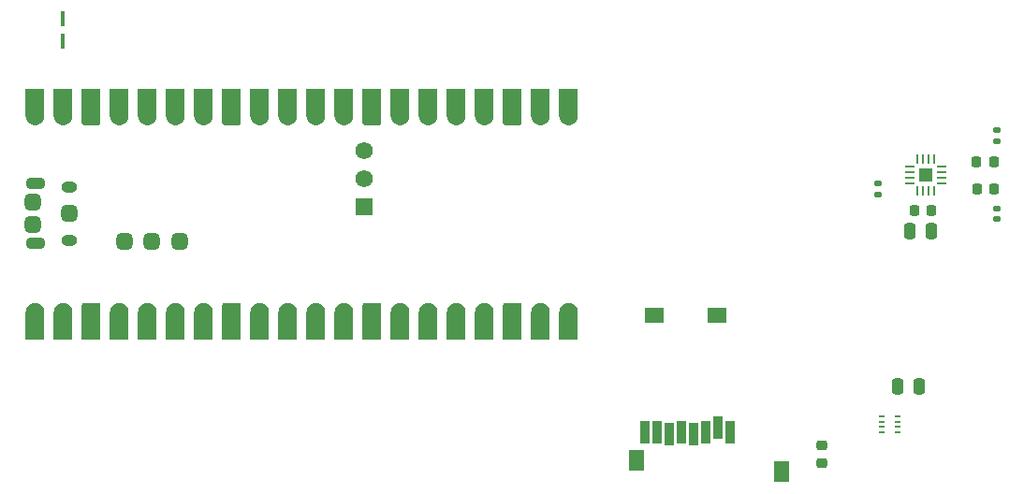
<source format=gbr>
%TF.GenerationSoftware,KiCad,Pcbnew,7.0.11-2.fc38*%
%TF.CreationDate,2024-04-10T19:42:05+01:00*%
%TF.ProjectId,music-box,6d757369-632d-4626-9f78-2e6b69636164,rev?*%
%TF.SameCoordinates,Original*%
%TF.FileFunction,Paste,Top*%
%TF.FilePolarity,Positive*%
%FSLAX46Y46*%
G04 Gerber Fmt 4.6, Leading zero omitted, Abs format (unit mm)*
G04 Created by KiCad (PCBNEW 7.0.11-2.fc38) date 2024-04-10 19:42:05*
%MOMM*%
%LPD*%
G01*
G04 APERTURE LIST*
G04 Aperture macros list*
%AMRoundRect*
0 Rectangle with rounded corners*
0 $1 Rounding radius*
0 $2 $3 $4 $5 $6 $7 $8 $9 X,Y pos of 4 corners*
0 Add a 4 corners polygon primitive as box body*
4,1,4,$2,$3,$4,$5,$6,$7,$8,$9,$2,$3,0*
0 Add four circle primitives for the rounded corners*
1,1,$1+$1,$2,$3*
1,1,$1+$1,$4,$5*
1,1,$1+$1,$6,$7*
1,1,$1+$1,$8,$9*
0 Add four rect primitives between the rounded corners*
20,1,$1+$1,$2,$3,$4,$5,0*
20,1,$1+$1,$4,$5,$6,$7,0*
20,1,$1+$1,$6,$7,$8,$9,0*
20,1,$1+$1,$8,$9,$2,$3,0*%
G04 Aperture macros list end*
%ADD10C,0.010000*%
%ADD11O,1.800000X1.100000*%
%ADD12O,1.450000X1.050000*%
%ADD13R,1.574800X1.574800*%
%ADD14C,1.574800*%
%ADD15RoundRect,0.450000X0.300000X-0.300000X0.300000X0.300000X-0.300000X0.300000X-0.300000X-0.300000X0*%
%ADD16RoundRect,0.225000X0.250000X-0.225000X0.250000X0.225000X-0.250000X0.225000X-0.250000X-0.225000X0*%
%ADD17RoundRect,0.250000X0.250000X0.475000X-0.250000X0.475000X-0.250000X-0.475000X0.250000X-0.475000X0*%
%ADD18R,0.481000X0.198400*%
%ADD19RoundRect,0.218750X-0.218750X-0.256250X0.218750X-0.256250X0.218750X0.256250X-0.218750X0.256250X0*%
%ADD20RoundRect,0.135000X0.185000X-0.135000X0.185000X0.135000X-0.185000X0.135000X-0.185000X-0.135000X0*%
%ADD21R,0.457200X1.358900*%
%ADD22R,0.812800X0.254000*%
%ADD23R,0.254000X0.812800*%
%ADD24R,1.244600X1.244600*%
%ADD25RoundRect,0.225000X0.225000X0.250000X-0.225000X0.250000X-0.225000X-0.250000X0.225000X-0.250000X0*%
%ADD26RoundRect,0.140000X-0.170000X0.140000X-0.170000X-0.140000X0.170000X-0.140000X0.170000X0.140000X0*%
%ADD27RoundRect,0.250000X-0.250000X-0.475000X0.250000X-0.475000X0.250000X0.475000X-0.250000X0.475000X0*%
%ADD28R,1.803400X1.397000*%
%ADD29R,1.397000X1.905000*%
%ADD30R,0.812800X2.006600*%
G04 APERTURE END LIST*
%TO.C,U2*%
D10*
X103862000Y-133248500D02*
X103904000Y-133251500D01*
X103945000Y-133257500D01*
X103986000Y-133264500D01*
X104027000Y-133274500D01*
X104067000Y-133286500D01*
X104107000Y-133300500D01*
X104145000Y-133316500D01*
X104183000Y-133334500D01*
X104220000Y-133354500D01*
X104256000Y-133376500D01*
X104290000Y-133400500D01*
X104323000Y-133425500D01*
X104355000Y-133452500D01*
X104386000Y-133481500D01*
X104415000Y-133512500D01*
X104442000Y-133544500D01*
X104467000Y-133577500D01*
X104491000Y-133611500D01*
X104513000Y-133647500D01*
X104533000Y-133684500D01*
X104551000Y-133722500D01*
X104567000Y-133760500D01*
X104581000Y-133800500D01*
X104593000Y-133840500D01*
X104603000Y-133881500D01*
X104610000Y-133922500D01*
X104616000Y-133963500D01*
X104619000Y-134005500D01*
X104620000Y-134047500D01*
X104620000Y-136447500D01*
X103020000Y-136447500D01*
X103020000Y-134047500D01*
X103021000Y-134005500D01*
X103024000Y-133963500D01*
X103030000Y-133922500D01*
X103037000Y-133881500D01*
X103047000Y-133840500D01*
X103059000Y-133800500D01*
X103073000Y-133760500D01*
X103089000Y-133722500D01*
X103107000Y-133684500D01*
X103127000Y-133647500D01*
X103149000Y-133611500D01*
X103173000Y-133577500D01*
X103198000Y-133544500D01*
X103225000Y-133512500D01*
X103254000Y-133481500D01*
X103285000Y-133452500D01*
X103317000Y-133425500D01*
X103350000Y-133400500D01*
X103384000Y-133376500D01*
X103420000Y-133354500D01*
X103457000Y-133334500D01*
X103495000Y-133316500D01*
X103533000Y-133300500D01*
X103573000Y-133286500D01*
X103613000Y-133274500D01*
X103654000Y-133264500D01*
X103695000Y-133257500D01*
X103736000Y-133251500D01*
X103778000Y-133248500D01*
X103820000Y-133247500D01*
X103862000Y-133248500D01*
G36*
X103862000Y-133248500D02*
G01*
X103904000Y-133251500D01*
X103945000Y-133257500D01*
X103986000Y-133264500D01*
X104027000Y-133274500D01*
X104067000Y-133286500D01*
X104107000Y-133300500D01*
X104145000Y-133316500D01*
X104183000Y-133334500D01*
X104220000Y-133354500D01*
X104256000Y-133376500D01*
X104290000Y-133400500D01*
X104323000Y-133425500D01*
X104355000Y-133452500D01*
X104386000Y-133481500D01*
X104415000Y-133512500D01*
X104442000Y-133544500D01*
X104467000Y-133577500D01*
X104491000Y-133611500D01*
X104513000Y-133647500D01*
X104533000Y-133684500D01*
X104551000Y-133722500D01*
X104567000Y-133760500D01*
X104581000Y-133800500D01*
X104593000Y-133840500D01*
X104603000Y-133881500D01*
X104610000Y-133922500D01*
X104616000Y-133963500D01*
X104619000Y-134005500D01*
X104620000Y-134047500D01*
X104620000Y-136447500D01*
X103020000Y-136447500D01*
X103020000Y-134047500D01*
X103021000Y-134005500D01*
X103024000Y-133963500D01*
X103030000Y-133922500D01*
X103037000Y-133881500D01*
X103047000Y-133840500D01*
X103059000Y-133800500D01*
X103073000Y-133760500D01*
X103089000Y-133722500D01*
X103107000Y-133684500D01*
X103127000Y-133647500D01*
X103149000Y-133611500D01*
X103173000Y-133577500D01*
X103198000Y-133544500D01*
X103225000Y-133512500D01*
X103254000Y-133481500D01*
X103285000Y-133452500D01*
X103317000Y-133425500D01*
X103350000Y-133400500D01*
X103384000Y-133376500D01*
X103420000Y-133354500D01*
X103457000Y-133334500D01*
X103495000Y-133316500D01*
X103533000Y-133300500D01*
X103573000Y-133286500D01*
X103613000Y-133274500D01*
X103654000Y-133264500D01*
X103695000Y-133257500D01*
X103736000Y-133251500D01*
X103778000Y-133248500D01*
X103820000Y-133247500D01*
X103862000Y-133248500D01*
G37*
X106402000Y-133248500D02*
X106444000Y-133251500D01*
X106485000Y-133257500D01*
X106526000Y-133264500D01*
X106567000Y-133274500D01*
X106607000Y-133286500D01*
X106647000Y-133300500D01*
X106685000Y-133316500D01*
X106723000Y-133334500D01*
X106760000Y-133354500D01*
X106796000Y-133376500D01*
X106830000Y-133400500D01*
X106863000Y-133425500D01*
X106895000Y-133452500D01*
X106926000Y-133481500D01*
X106955000Y-133512500D01*
X106982000Y-133544500D01*
X107007000Y-133577500D01*
X107031000Y-133611500D01*
X107053000Y-133647500D01*
X107073000Y-133684500D01*
X107091000Y-133722500D01*
X107107000Y-133760500D01*
X107121000Y-133800500D01*
X107133000Y-133840500D01*
X107143000Y-133881500D01*
X107150000Y-133922500D01*
X107156000Y-133963500D01*
X107159000Y-134005500D01*
X107160000Y-134047500D01*
X107160000Y-136447500D01*
X105560000Y-136447500D01*
X105560000Y-134047500D01*
X105561000Y-134005500D01*
X105564000Y-133963500D01*
X105570000Y-133922500D01*
X105577000Y-133881500D01*
X105587000Y-133840500D01*
X105599000Y-133800500D01*
X105613000Y-133760500D01*
X105629000Y-133722500D01*
X105647000Y-133684500D01*
X105667000Y-133647500D01*
X105689000Y-133611500D01*
X105713000Y-133577500D01*
X105738000Y-133544500D01*
X105765000Y-133512500D01*
X105794000Y-133481500D01*
X105825000Y-133452500D01*
X105857000Y-133425500D01*
X105890000Y-133400500D01*
X105924000Y-133376500D01*
X105960000Y-133354500D01*
X105997000Y-133334500D01*
X106035000Y-133316500D01*
X106073000Y-133300500D01*
X106113000Y-133286500D01*
X106153000Y-133274500D01*
X106194000Y-133264500D01*
X106235000Y-133257500D01*
X106276000Y-133251500D01*
X106318000Y-133248500D01*
X106360000Y-133247500D01*
X106402000Y-133248500D01*
G36*
X106402000Y-133248500D02*
G01*
X106444000Y-133251500D01*
X106485000Y-133257500D01*
X106526000Y-133264500D01*
X106567000Y-133274500D01*
X106607000Y-133286500D01*
X106647000Y-133300500D01*
X106685000Y-133316500D01*
X106723000Y-133334500D01*
X106760000Y-133354500D01*
X106796000Y-133376500D01*
X106830000Y-133400500D01*
X106863000Y-133425500D01*
X106895000Y-133452500D01*
X106926000Y-133481500D01*
X106955000Y-133512500D01*
X106982000Y-133544500D01*
X107007000Y-133577500D01*
X107031000Y-133611500D01*
X107053000Y-133647500D01*
X107073000Y-133684500D01*
X107091000Y-133722500D01*
X107107000Y-133760500D01*
X107121000Y-133800500D01*
X107133000Y-133840500D01*
X107143000Y-133881500D01*
X107150000Y-133922500D01*
X107156000Y-133963500D01*
X107159000Y-134005500D01*
X107160000Y-134047500D01*
X107160000Y-136447500D01*
X105560000Y-136447500D01*
X105560000Y-134047500D01*
X105561000Y-134005500D01*
X105564000Y-133963500D01*
X105570000Y-133922500D01*
X105577000Y-133881500D01*
X105587000Y-133840500D01*
X105599000Y-133800500D01*
X105613000Y-133760500D01*
X105629000Y-133722500D01*
X105647000Y-133684500D01*
X105667000Y-133647500D01*
X105689000Y-133611500D01*
X105713000Y-133577500D01*
X105738000Y-133544500D01*
X105765000Y-133512500D01*
X105794000Y-133481500D01*
X105825000Y-133452500D01*
X105857000Y-133425500D01*
X105890000Y-133400500D01*
X105924000Y-133376500D01*
X105960000Y-133354500D01*
X105997000Y-133334500D01*
X106035000Y-133316500D01*
X106073000Y-133300500D01*
X106113000Y-133286500D01*
X106153000Y-133274500D01*
X106194000Y-133264500D01*
X106235000Y-133257500D01*
X106276000Y-133251500D01*
X106318000Y-133248500D01*
X106360000Y-133247500D01*
X106402000Y-133248500D01*
G37*
X111482000Y-133248500D02*
X111524000Y-133251500D01*
X111565000Y-133257500D01*
X111606000Y-133264500D01*
X111647000Y-133274500D01*
X111687000Y-133286500D01*
X111727000Y-133300500D01*
X111765000Y-133316500D01*
X111803000Y-133334500D01*
X111840000Y-133354500D01*
X111876000Y-133376500D01*
X111910000Y-133400500D01*
X111943000Y-133425500D01*
X111975000Y-133452500D01*
X112006000Y-133481500D01*
X112035000Y-133512500D01*
X112062000Y-133544500D01*
X112087000Y-133577500D01*
X112111000Y-133611500D01*
X112133000Y-133647500D01*
X112153000Y-133684500D01*
X112171000Y-133722500D01*
X112187000Y-133760500D01*
X112201000Y-133800500D01*
X112213000Y-133840500D01*
X112223000Y-133881500D01*
X112230000Y-133922500D01*
X112236000Y-133963500D01*
X112239000Y-134005500D01*
X112240000Y-134047500D01*
X112240000Y-136447500D01*
X110640000Y-136447500D01*
X110640000Y-134047500D01*
X110641000Y-134005500D01*
X110644000Y-133963500D01*
X110650000Y-133922500D01*
X110657000Y-133881500D01*
X110667000Y-133840500D01*
X110679000Y-133800500D01*
X110693000Y-133760500D01*
X110709000Y-133722500D01*
X110727000Y-133684500D01*
X110747000Y-133647500D01*
X110769000Y-133611500D01*
X110793000Y-133577500D01*
X110818000Y-133544500D01*
X110845000Y-133512500D01*
X110874000Y-133481500D01*
X110905000Y-133452500D01*
X110937000Y-133425500D01*
X110970000Y-133400500D01*
X111004000Y-133376500D01*
X111040000Y-133354500D01*
X111077000Y-133334500D01*
X111115000Y-133316500D01*
X111153000Y-133300500D01*
X111193000Y-133286500D01*
X111233000Y-133274500D01*
X111274000Y-133264500D01*
X111315000Y-133257500D01*
X111356000Y-133251500D01*
X111398000Y-133248500D01*
X111440000Y-133247500D01*
X111482000Y-133248500D01*
G36*
X111482000Y-133248500D02*
G01*
X111524000Y-133251500D01*
X111565000Y-133257500D01*
X111606000Y-133264500D01*
X111647000Y-133274500D01*
X111687000Y-133286500D01*
X111727000Y-133300500D01*
X111765000Y-133316500D01*
X111803000Y-133334500D01*
X111840000Y-133354500D01*
X111876000Y-133376500D01*
X111910000Y-133400500D01*
X111943000Y-133425500D01*
X111975000Y-133452500D01*
X112006000Y-133481500D01*
X112035000Y-133512500D01*
X112062000Y-133544500D01*
X112087000Y-133577500D01*
X112111000Y-133611500D01*
X112133000Y-133647500D01*
X112153000Y-133684500D01*
X112171000Y-133722500D01*
X112187000Y-133760500D01*
X112201000Y-133800500D01*
X112213000Y-133840500D01*
X112223000Y-133881500D01*
X112230000Y-133922500D01*
X112236000Y-133963500D01*
X112239000Y-134005500D01*
X112240000Y-134047500D01*
X112240000Y-136447500D01*
X110640000Y-136447500D01*
X110640000Y-134047500D01*
X110641000Y-134005500D01*
X110644000Y-133963500D01*
X110650000Y-133922500D01*
X110657000Y-133881500D01*
X110667000Y-133840500D01*
X110679000Y-133800500D01*
X110693000Y-133760500D01*
X110709000Y-133722500D01*
X110727000Y-133684500D01*
X110747000Y-133647500D01*
X110769000Y-133611500D01*
X110793000Y-133577500D01*
X110818000Y-133544500D01*
X110845000Y-133512500D01*
X110874000Y-133481500D01*
X110905000Y-133452500D01*
X110937000Y-133425500D01*
X110970000Y-133400500D01*
X111004000Y-133376500D01*
X111040000Y-133354500D01*
X111077000Y-133334500D01*
X111115000Y-133316500D01*
X111153000Y-133300500D01*
X111193000Y-133286500D01*
X111233000Y-133274500D01*
X111274000Y-133264500D01*
X111315000Y-133257500D01*
X111356000Y-133251500D01*
X111398000Y-133248500D01*
X111440000Y-133247500D01*
X111482000Y-133248500D01*
G37*
X114022000Y-133248500D02*
X114064000Y-133251500D01*
X114105000Y-133257500D01*
X114146000Y-133264500D01*
X114187000Y-133274500D01*
X114227000Y-133286500D01*
X114267000Y-133300500D01*
X114305000Y-133316500D01*
X114343000Y-133334500D01*
X114380000Y-133354500D01*
X114416000Y-133376500D01*
X114450000Y-133400500D01*
X114483000Y-133425500D01*
X114515000Y-133452500D01*
X114546000Y-133481500D01*
X114575000Y-133512500D01*
X114602000Y-133544500D01*
X114627000Y-133577500D01*
X114651000Y-133611500D01*
X114673000Y-133647500D01*
X114693000Y-133684500D01*
X114711000Y-133722500D01*
X114727000Y-133760500D01*
X114741000Y-133800500D01*
X114753000Y-133840500D01*
X114763000Y-133881500D01*
X114770000Y-133922500D01*
X114776000Y-133963500D01*
X114779000Y-134005500D01*
X114780000Y-134047500D01*
X114780000Y-136447500D01*
X113180000Y-136447500D01*
X113180000Y-134047500D01*
X113181000Y-134005500D01*
X113184000Y-133963500D01*
X113190000Y-133922500D01*
X113197000Y-133881500D01*
X113207000Y-133840500D01*
X113219000Y-133800500D01*
X113233000Y-133760500D01*
X113249000Y-133722500D01*
X113267000Y-133684500D01*
X113287000Y-133647500D01*
X113309000Y-133611500D01*
X113333000Y-133577500D01*
X113358000Y-133544500D01*
X113385000Y-133512500D01*
X113414000Y-133481500D01*
X113445000Y-133452500D01*
X113477000Y-133425500D01*
X113510000Y-133400500D01*
X113544000Y-133376500D01*
X113580000Y-133354500D01*
X113617000Y-133334500D01*
X113655000Y-133316500D01*
X113693000Y-133300500D01*
X113733000Y-133286500D01*
X113773000Y-133274500D01*
X113814000Y-133264500D01*
X113855000Y-133257500D01*
X113896000Y-133251500D01*
X113938000Y-133248500D01*
X113980000Y-133247500D01*
X114022000Y-133248500D01*
G36*
X114022000Y-133248500D02*
G01*
X114064000Y-133251500D01*
X114105000Y-133257500D01*
X114146000Y-133264500D01*
X114187000Y-133274500D01*
X114227000Y-133286500D01*
X114267000Y-133300500D01*
X114305000Y-133316500D01*
X114343000Y-133334500D01*
X114380000Y-133354500D01*
X114416000Y-133376500D01*
X114450000Y-133400500D01*
X114483000Y-133425500D01*
X114515000Y-133452500D01*
X114546000Y-133481500D01*
X114575000Y-133512500D01*
X114602000Y-133544500D01*
X114627000Y-133577500D01*
X114651000Y-133611500D01*
X114673000Y-133647500D01*
X114693000Y-133684500D01*
X114711000Y-133722500D01*
X114727000Y-133760500D01*
X114741000Y-133800500D01*
X114753000Y-133840500D01*
X114763000Y-133881500D01*
X114770000Y-133922500D01*
X114776000Y-133963500D01*
X114779000Y-134005500D01*
X114780000Y-134047500D01*
X114780000Y-136447500D01*
X113180000Y-136447500D01*
X113180000Y-134047500D01*
X113181000Y-134005500D01*
X113184000Y-133963500D01*
X113190000Y-133922500D01*
X113197000Y-133881500D01*
X113207000Y-133840500D01*
X113219000Y-133800500D01*
X113233000Y-133760500D01*
X113249000Y-133722500D01*
X113267000Y-133684500D01*
X113287000Y-133647500D01*
X113309000Y-133611500D01*
X113333000Y-133577500D01*
X113358000Y-133544500D01*
X113385000Y-133512500D01*
X113414000Y-133481500D01*
X113445000Y-133452500D01*
X113477000Y-133425500D01*
X113510000Y-133400500D01*
X113544000Y-133376500D01*
X113580000Y-133354500D01*
X113617000Y-133334500D01*
X113655000Y-133316500D01*
X113693000Y-133300500D01*
X113733000Y-133286500D01*
X113773000Y-133274500D01*
X113814000Y-133264500D01*
X113855000Y-133257500D01*
X113896000Y-133251500D01*
X113938000Y-133248500D01*
X113980000Y-133247500D01*
X114022000Y-133248500D01*
G37*
X116562000Y-133248500D02*
X116604000Y-133251500D01*
X116645000Y-133257500D01*
X116686000Y-133264500D01*
X116727000Y-133274500D01*
X116767000Y-133286500D01*
X116807000Y-133300500D01*
X116845000Y-133316500D01*
X116883000Y-133334500D01*
X116920000Y-133354500D01*
X116956000Y-133376500D01*
X116990000Y-133400500D01*
X117023000Y-133425500D01*
X117055000Y-133452500D01*
X117086000Y-133481500D01*
X117115000Y-133512500D01*
X117142000Y-133544500D01*
X117167000Y-133577500D01*
X117191000Y-133611500D01*
X117213000Y-133647500D01*
X117233000Y-133684500D01*
X117251000Y-133722500D01*
X117267000Y-133760500D01*
X117281000Y-133800500D01*
X117293000Y-133840500D01*
X117303000Y-133881500D01*
X117310000Y-133922500D01*
X117316000Y-133963500D01*
X117319000Y-134005500D01*
X117320000Y-134047500D01*
X117320000Y-136447500D01*
X115720000Y-136447500D01*
X115720000Y-134047500D01*
X115721000Y-134005500D01*
X115724000Y-133963500D01*
X115730000Y-133922500D01*
X115737000Y-133881500D01*
X115747000Y-133840500D01*
X115759000Y-133800500D01*
X115773000Y-133760500D01*
X115789000Y-133722500D01*
X115807000Y-133684500D01*
X115827000Y-133647500D01*
X115849000Y-133611500D01*
X115873000Y-133577500D01*
X115898000Y-133544500D01*
X115925000Y-133512500D01*
X115954000Y-133481500D01*
X115985000Y-133452500D01*
X116017000Y-133425500D01*
X116050000Y-133400500D01*
X116084000Y-133376500D01*
X116120000Y-133354500D01*
X116157000Y-133334500D01*
X116195000Y-133316500D01*
X116233000Y-133300500D01*
X116273000Y-133286500D01*
X116313000Y-133274500D01*
X116354000Y-133264500D01*
X116395000Y-133257500D01*
X116436000Y-133251500D01*
X116478000Y-133248500D01*
X116520000Y-133247500D01*
X116562000Y-133248500D01*
G36*
X116562000Y-133248500D02*
G01*
X116604000Y-133251500D01*
X116645000Y-133257500D01*
X116686000Y-133264500D01*
X116727000Y-133274500D01*
X116767000Y-133286500D01*
X116807000Y-133300500D01*
X116845000Y-133316500D01*
X116883000Y-133334500D01*
X116920000Y-133354500D01*
X116956000Y-133376500D01*
X116990000Y-133400500D01*
X117023000Y-133425500D01*
X117055000Y-133452500D01*
X117086000Y-133481500D01*
X117115000Y-133512500D01*
X117142000Y-133544500D01*
X117167000Y-133577500D01*
X117191000Y-133611500D01*
X117213000Y-133647500D01*
X117233000Y-133684500D01*
X117251000Y-133722500D01*
X117267000Y-133760500D01*
X117281000Y-133800500D01*
X117293000Y-133840500D01*
X117303000Y-133881500D01*
X117310000Y-133922500D01*
X117316000Y-133963500D01*
X117319000Y-134005500D01*
X117320000Y-134047500D01*
X117320000Y-136447500D01*
X115720000Y-136447500D01*
X115720000Y-134047500D01*
X115721000Y-134005500D01*
X115724000Y-133963500D01*
X115730000Y-133922500D01*
X115737000Y-133881500D01*
X115747000Y-133840500D01*
X115759000Y-133800500D01*
X115773000Y-133760500D01*
X115789000Y-133722500D01*
X115807000Y-133684500D01*
X115827000Y-133647500D01*
X115849000Y-133611500D01*
X115873000Y-133577500D01*
X115898000Y-133544500D01*
X115925000Y-133512500D01*
X115954000Y-133481500D01*
X115985000Y-133452500D01*
X116017000Y-133425500D01*
X116050000Y-133400500D01*
X116084000Y-133376500D01*
X116120000Y-133354500D01*
X116157000Y-133334500D01*
X116195000Y-133316500D01*
X116233000Y-133300500D01*
X116273000Y-133286500D01*
X116313000Y-133274500D01*
X116354000Y-133264500D01*
X116395000Y-133257500D01*
X116436000Y-133251500D01*
X116478000Y-133248500D01*
X116520000Y-133247500D01*
X116562000Y-133248500D01*
G37*
X119102000Y-133248500D02*
X119144000Y-133251500D01*
X119185000Y-133257500D01*
X119226000Y-133264500D01*
X119267000Y-133274500D01*
X119307000Y-133286500D01*
X119347000Y-133300500D01*
X119385000Y-133316500D01*
X119423000Y-133334500D01*
X119460000Y-133354500D01*
X119496000Y-133376500D01*
X119530000Y-133400500D01*
X119563000Y-133425500D01*
X119595000Y-133452500D01*
X119626000Y-133481500D01*
X119655000Y-133512500D01*
X119682000Y-133544500D01*
X119707000Y-133577500D01*
X119731000Y-133611500D01*
X119753000Y-133647500D01*
X119773000Y-133684500D01*
X119791000Y-133722500D01*
X119807000Y-133760500D01*
X119821000Y-133800500D01*
X119833000Y-133840500D01*
X119843000Y-133881500D01*
X119850000Y-133922500D01*
X119856000Y-133963500D01*
X119859000Y-134005500D01*
X119860000Y-134047500D01*
X119860000Y-136447500D01*
X118260000Y-136447500D01*
X118260000Y-134047500D01*
X118261000Y-134005500D01*
X118264000Y-133963500D01*
X118270000Y-133922500D01*
X118277000Y-133881500D01*
X118287000Y-133840500D01*
X118299000Y-133800500D01*
X118313000Y-133760500D01*
X118329000Y-133722500D01*
X118347000Y-133684500D01*
X118367000Y-133647500D01*
X118389000Y-133611500D01*
X118413000Y-133577500D01*
X118438000Y-133544500D01*
X118465000Y-133512500D01*
X118494000Y-133481500D01*
X118525000Y-133452500D01*
X118557000Y-133425500D01*
X118590000Y-133400500D01*
X118624000Y-133376500D01*
X118660000Y-133354500D01*
X118697000Y-133334500D01*
X118735000Y-133316500D01*
X118773000Y-133300500D01*
X118813000Y-133286500D01*
X118853000Y-133274500D01*
X118894000Y-133264500D01*
X118935000Y-133257500D01*
X118976000Y-133251500D01*
X119018000Y-133248500D01*
X119060000Y-133247500D01*
X119102000Y-133248500D01*
G36*
X119102000Y-133248500D02*
G01*
X119144000Y-133251500D01*
X119185000Y-133257500D01*
X119226000Y-133264500D01*
X119267000Y-133274500D01*
X119307000Y-133286500D01*
X119347000Y-133300500D01*
X119385000Y-133316500D01*
X119423000Y-133334500D01*
X119460000Y-133354500D01*
X119496000Y-133376500D01*
X119530000Y-133400500D01*
X119563000Y-133425500D01*
X119595000Y-133452500D01*
X119626000Y-133481500D01*
X119655000Y-133512500D01*
X119682000Y-133544500D01*
X119707000Y-133577500D01*
X119731000Y-133611500D01*
X119753000Y-133647500D01*
X119773000Y-133684500D01*
X119791000Y-133722500D01*
X119807000Y-133760500D01*
X119821000Y-133800500D01*
X119833000Y-133840500D01*
X119843000Y-133881500D01*
X119850000Y-133922500D01*
X119856000Y-133963500D01*
X119859000Y-134005500D01*
X119860000Y-134047500D01*
X119860000Y-136447500D01*
X118260000Y-136447500D01*
X118260000Y-134047500D01*
X118261000Y-134005500D01*
X118264000Y-133963500D01*
X118270000Y-133922500D01*
X118277000Y-133881500D01*
X118287000Y-133840500D01*
X118299000Y-133800500D01*
X118313000Y-133760500D01*
X118329000Y-133722500D01*
X118347000Y-133684500D01*
X118367000Y-133647500D01*
X118389000Y-133611500D01*
X118413000Y-133577500D01*
X118438000Y-133544500D01*
X118465000Y-133512500D01*
X118494000Y-133481500D01*
X118525000Y-133452500D01*
X118557000Y-133425500D01*
X118590000Y-133400500D01*
X118624000Y-133376500D01*
X118660000Y-133354500D01*
X118697000Y-133334500D01*
X118735000Y-133316500D01*
X118773000Y-133300500D01*
X118813000Y-133286500D01*
X118853000Y-133274500D01*
X118894000Y-133264500D01*
X118935000Y-133257500D01*
X118976000Y-133251500D01*
X119018000Y-133248500D01*
X119060000Y-133247500D01*
X119102000Y-133248500D01*
G37*
X124182000Y-133248500D02*
X124224000Y-133251500D01*
X124265000Y-133257500D01*
X124306000Y-133264500D01*
X124347000Y-133274500D01*
X124387000Y-133286500D01*
X124427000Y-133300500D01*
X124465000Y-133316500D01*
X124503000Y-133334500D01*
X124540000Y-133354500D01*
X124576000Y-133376500D01*
X124610000Y-133400500D01*
X124643000Y-133425500D01*
X124675000Y-133452500D01*
X124706000Y-133481500D01*
X124735000Y-133512500D01*
X124762000Y-133544500D01*
X124787000Y-133577500D01*
X124811000Y-133611500D01*
X124833000Y-133647500D01*
X124853000Y-133684500D01*
X124871000Y-133722500D01*
X124887000Y-133760500D01*
X124901000Y-133800500D01*
X124913000Y-133840500D01*
X124923000Y-133881500D01*
X124930000Y-133922500D01*
X124936000Y-133963500D01*
X124939000Y-134005500D01*
X124940000Y-134047500D01*
X124940000Y-136447500D01*
X123340000Y-136447500D01*
X123340000Y-134047500D01*
X123341000Y-134005500D01*
X123344000Y-133963500D01*
X123350000Y-133922500D01*
X123357000Y-133881500D01*
X123367000Y-133840500D01*
X123379000Y-133800500D01*
X123393000Y-133760500D01*
X123409000Y-133722500D01*
X123427000Y-133684500D01*
X123447000Y-133647500D01*
X123469000Y-133611500D01*
X123493000Y-133577500D01*
X123518000Y-133544500D01*
X123545000Y-133512500D01*
X123574000Y-133481500D01*
X123605000Y-133452500D01*
X123637000Y-133425500D01*
X123670000Y-133400500D01*
X123704000Y-133376500D01*
X123740000Y-133354500D01*
X123777000Y-133334500D01*
X123815000Y-133316500D01*
X123853000Y-133300500D01*
X123893000Y-133286500D01*
X123933000Y-133274500D01*
X123974000Y-133264500D01*
X124015000Y-133257500D01*
X124056000Y-133251500D01*
X124098000Y-133248500D01*
X124140000Y-133247500D01*
X124182000Y-133248500D01*
G36*
X124182000Y-133248500D02*
G01*
X124224000Y-133251500D01*
X124265000Y-133257500D01*
X124306000Y-133264500D01*
X124347000Y-133274500D01*
X124387000Y-133286500D01*
X124427000Y-133300500D01*
X124465000Y-133316500D01*
X124503000Y-133334500D01*
X124540000Y-133354500D01*
X124576000Y-133376500D01*
X124610000Y-133400500D01*
X124643000Y-133425500D01*
X124675000Y-133452500D01*
X124706000Y-133481500D01*
X124735000Y-133512500D01*
X124762000Y-133544500D01*
X124787000Y-133577500D01*
X124811000Y-133611500D01*
X124833000Y-133647500D01*
X124853000Y-133684500D01*
X124871000Y-133722500D01*
X124887000Y-133760500D01*
X124901000Y-133800500D01*
X124913000Y-133840500D01*
X124923000Y-133881500D01*
X124930000Y-133922500D01*
X124936000Y-133963500D01*
X124939000Y-134005500D01*
X124940000Y-134047500D01*
X124940000Y-136447500D01*
X123340000Y-136447500D01*
X123340000Y-134047500D01*
X123341000Y-134005500D01*
X123344000Y-133963500D01*
X123350000Y-133922500D01*
X123357000Y-133881500D01*
X123367000Y-133840500D01*
X123379000Y-133800500D01*
X123393000Y-133760500D01*
X123409000Y-133722500D01*
X123427000Y-133684500D01*
X123447000Y-133647500D01*
X123469000Y-133611500D01*
X123493000Y-133577500D01*
X123518000Y-133544500D01*
X123545000Y-133512500D01*
X123574000Y-133481500D01*
X123605000Y-133452500D01*
X123637000Y-133425500D01*
X123670000Y-133400500D01*
X123704000Y-133376500D01*
X123740000Y-133354500D01*
X123777000Y-133334500D01*
X123815000Y-133316500D01*
X123853000Y-133300500D01*
X123893000Y-133286500D01*
X123933000Y-133274500D01*
X123974000Y-133264500D01*
X124015000Y-133257500D01*
X124056000Y-133251500D01*
X124098000Y-133248500D01*
X124140000Y-133247500D01*
X124182000Y-133248500D01*
G37*
X126722000Y-133248500D02*
X126764000Y-133251500D01*
X126805000Y-133257500D01*
X126846000Y-133264500D01*
X126887000Y-133274500D01*
X126927000Y-133286500D01*
X126967000Y-133300500D01*
X127005000Y-133316500D01*
X127043000Y-133334500D01*
X127080000Y-133354500D01*
X127116000Y-133376500D01*
X127150000Y-133400500D01*
X127183000Y-133425500D01*
X127215000Y-133452500D01*
X127246000Y-133481500D01*
X127275000Y-133512500D01*
X127302000Y-133544500D01*
X127327000Y-133577500D01*
X127351000Y-133611500D01*
X127373000Y-133647500D01*
X127393000Y-133684500D01*
X127411000Y-133722500D01*
X127427000Y-133760500D01*
X127441000Y-133800500D01*
X127453000Y-133840500D01*
X127463000Y-133881500D01*
X127470000Y-133922500D01*
X127476000Y-133963500D01*
X127479000Y-134005500D01*
X127480000Y-134047500D01*
X127480000Y-136447500D01*
X125880000Y-136447500D01*
X125880000Y-134047500D01*
X125881000Y-134005500D01*
X125884000Y-133963500D01*
X125890000Y-133922500D01*
X125897000Y-133881500D01*
X125907000Y-133840500D01*
X125919000Y-133800500D01*
X125933000Y-133760500D01*
X125949000Y-133722500D01*
X125967000Y-133684500D01*
X125987000Y-133647500D01*
X126009000Y-133611500D01*
X126033000Y-133577500D01*
X126058000Y-133544500D01*
X126085000Y-133512500D01*
X126114000Y-133481500D01*
X126145000Y-133452500D01*
X126177000Y-133425500D01*
X126210000Y-133400500D01*
X126244000Y-133376500D01*
X126280000Y-133354500D01*
X126317000Y-133334500D01*
X126355000Y-133316500D01*
X126393000Y-133300500D01*
X126433000Y-133286500D01*
X126473000Y-133274500D01*
X126514000Y-133264500D01*
X126555000Y-133257500D01*
X126596000Y-133251500D01*
X126638000Y-133248500D01*
X126680000Y-133247500D01*
X126722000Y-133248500D01*
G36*
X126722000Y-133248500D02*
G01*
X126764000Y-133251500D01*
X126805000Y-133257500D01*
X126846000Y-133264500D01*
X126887000Y-133274500D01*
X126927000Y-133286500D01*
X126967000Y-133300500D01*
X127005000Y-133316500D01*
X127043000Y-133334500D01*
X127080000Y-133354500D01*
X127116000Y-133376500D01*
X127150000Y-133400500D01*
X127183000Y-133425500D01*
X127215000Y-133452500D01*
X127246000Y-133481500D01*
X127275000Y-133512500D01*
X127302000Y-133544500D01*
X127327000Y-133577500D01*
X127351000Y-133611500D01*
X127373000Y-133647500D01*
X127393000Y-133684500D01*
X127411000Y-133722500D01*
X127427000Y-133760500D01*
X127441000Y-133800500D01*
X127453000Y-133840500D01*
X127463000Y-133881500D01*
X127470000Y-133922500D01*
X127476000Y-133963500D01*
X127479000Y-134005500D01*
X127480000Y-134047500D01*
X127480000Y-136447500D01*
X125880000Y-136447500D01*
X125880000Y-134047500D01*
X125881000Y-134005500D01*
X125884000Y-133963500D01*
X125890000Y-133922500D01*
X125897000Y-133881500D01*
X125907000Y-133840500D01*
X125919000Y-133800500D01*
X125933000Y-133760500D01*
X125949000Y-133722500D01*
X125967000Y-133684500D01*
X125987000Y-133647500D01*
X126009000Y-133611500D01*
X126033000Y-133577500D01*
X126058000Y-133544500D01*
X126085000Y-133512500D01*
X126114000Y-133481500D01*
X126145000Y-133452500D01*
X126177000Y-133425500D01*
X126210000Y-133400500D01*
X126244000Y-133376500D01*
X126280000Y-133354500D01*
X126317000Y-133334500D01*
X126355000Y-133316500D01*
X126393000Y-133300500D01*
X126433000Y-133286500D01*
X126473000Y-133274500D01*
X126514000Y-133264500D01*
X126555000Y-133257500D01*
X126596000Y-133251500D01*
X126638000Y-133248500D01*
X126680000Y-133247500D01*
X126722000Y-133248500D01*
G37*
X129262000Y-133248500D02*
X129304000Y-133251500D01*
X129345000Y-133257500D01*
X129386000Y-133264500D01*
X129427000Y-133274500D01*
X129467000Y-133286500D01*
X129507000Y-133300500D01*
X129545000Y-133316500D01*
X129583000Y-133334500D01*
X129620000Y-133354500D01*
X129656000Y-133376500D01*
X129690000Y-133400500D01*
X129723000Y-133425500D01*
X129755000Y-133452500D01*
X129786000Y-133481500D01*
X129815000Y-133512500D01*
X129842000Y-133544500D01*
X129867000Y-133577500D01*
X129891000Y-133611500D01*
X129913000Y-133647500D01*
X129933000Y-133684500D01*
X129951000Y-133722500D01*
X129967000Y-133760500D01*
X129981000Y-133800500D01*
X129993000Y-133840500D01*
X130003000Y-133881500D01*
X130010000Y-133922500D01*
X130016000Y-133963500D01*
X130019000Y-134005500D01*
X130020000Y-134047500D01*
X130020000Y-136447500D01*
X128420000Y-136447500D01*
X128420000Y-134047500D01*
X128421000Y-134005500D01*
X128424000Y-133963500D01*
X128430000Y-133922500D01*
X128437000Y-133881500D01*
X128447000Y-133840500D01*
X128459000Y-133800500D01*
X128473000Y-133760500D01*
X128489000Y-133722500D01*
X128507000Y-133684500D01*
X128527000Y-133647500D01*
X128549000Y-133611500D01*
X128573000Y-133577500D01*
X128598000Y-133544500D01*
X128625000Y-133512500D01*
X128654000Y-133481500D01*
X128685000Y-133452500D01*
X128717000Y-133425500D01*
X128750000Y-133400500D01*
X128784000Y-133376500D01*
X128820000Y-133354500D01*
X128857000Y-133334500D01*
X128895000Y-133316500D01*
X128933000Y-133300500D01*
X128973000Y-133286500D01*
X129013000Y-133274500D01*
X129054000Y-133264500D01*
X129095000Y-133257500D01*
X129136000Y-133251500D01*
X129178000Y-133248500D01*
X129220000Y-133247500D01*
X129262000Y-133248500D01*
G36*
X129262000Y-133248500D02*
G01*
X129304000Y-133251500D01*
X129345000Y-133257500D01*
X129386000Y-133264500D01*
X129427000Y-133274500D01*
X129467000Y-133286500D01*
X129507000Y-133300500D01*
X129545000Y-133316500D01*
X129583000Y-133334500D01*
X129620000Y-133354500D01*
X129656000Y-133376500D01*
X129690000Y-133400500D01*
X129723000Y-133425500D01*
X129755000Y-133452500D01*
X129786000Y-133481500D01*
X129815000Y-133512500D01*
X129842000Y-133544500D01*
X129867000Y-133577500D01*
X129891000Y-133611500D01*
X129913000Y-133647500D01*
X129933000Y-133684500D01*
X129951000Y-133722500D01*
X129967000Y-133760500D01*
X129981000Y-133800500D01*
X129993000Y-133840500D01*
X130003000Y-133881500D01*
X130010000Y-133922500D01*
X130016000Y-133963500D01*
X130019000Y-134005500D01*
X130020000Y-134047500D01*
X130020000Y-136447500D01*
X128420000Y-136447500D01*
X128420000Y-134047500D01*
X128421000Y-134005500D01*
X128424000Y-133963500D01*
X128430000Y-133922500D01*
X128437000Y-133881500D01*
X128447000Y-133840500D01*
X128459000Y-133800500D01*
X128473000Y-133760500D01*
X128489000Y-133722500D01*
X128507000Y-133684500D01*
X128527000Y-133647500D01*
X128549000Y-133611500D01*
X128573000Y-133577500D01*
X128598000Y-133544500D01*
X128625000Y-133512500D01*
X128654000Y-133481500D01*
X128685000Y-133452500D01*
X128717000Y-133425500D01*
X128750000Y-133400500D01*
X128784000Y-133376500D01*
X128820000Y-133354500D01*
X128857000Y-133334500D01*
X128895000Y-133316500D01*
X128933000Y-133300500D01*
X128973000Y-133286500D01*
X129013000Y-133274500D01*
X129054000Y-133264500D01*
X129095000Y-133257500D01*
X129136000Y-133251500D01*
X129178000Y-133248500D01*
X129220000Y-133247500D01*
X129262000Y-133248500D01*
G37*
X131802000Y-133248500D02*
X131844000Y-133251500D01*
X131885000Y-133257500D01*
X131926000Y-133264500D01*
X131967000Y-133274500D01*
X132007000Y-133286500D01*
X132047000Y-133300500D01*
X132085000Y-133316500D01*
X132123000Y-133334500D01*
X132160000Y-133354500D01*
X132196000Y-133376500D01*
X132230000Y-133400500D01*
X132263000Y-133425500D01*
X132295000Y-133452500D01*
X132326000Y-133481500D01*
X132355000Y-133512500D01*
X132382000Y-133544500D01*
X132407000Y-133577500D01*
X132431000Y-133611500D01*
X132453000Y-133647500D01*
X132473000Y-133684500D01*
X132491000Y-133722500D01*
X132507000Y-133760500D01*
X132521000Y-133800500D01*
X132533000Y-133840500D01*
X132543000Y-133881500D01*
X132550000Y-133922500D01*
X132556000Y-133963500D01*
X132559000Y-134005500D01*
X132560000Y-134047500D01*
X132560000Y-136447500D01*
X130960000Y-136447500D01*
X130960000Y-134047500D01*
X130961000Y-134005500D01*
X130964000Y-133963500D01*
X130970000Y-133922500D01*
X130977000Y-133881500D01*
X130987000Y-133840500D01*
X130999000Y-133800500D01*
X131013000Y-133760500D01*
X131029000Y-133722500D01*
X131047000Y-133684500D01*
X131067000Y-133647500D01*
X131089000Y-133611500D01*
X131113000Y-133577500D01*
X131138000Y-133544500D01*
X131165000Y-133512500D01*
X131194000Y-133481500D01*
X131225000Y-133452500D01*
X131257000Y-133425500D01*
X131290000Y-133400500D01*
X131324000Y-133376500D01*
X131360000Y-133354500D01*
X131397000Y-133334500D01*
X131435000Y-133316500D01*
X131473000Y-133300500D01*
X131513000Y-133286500D01*
X131553000Y-133274500D01*
X131594000Y-133264500D01*
X131635000Y-133257500D01*
X131676000Y-133251500D01*
X131718000Y-133248500D01*
X131760000Y-133247500D01*
X131802000Y-133248500D01*
G36*
X131802000Y-133248500D02*
G01*
X131844000Y-133251500D01*
X131885000Y-133257500D01*
X131926000Y-133264500D01*
X131967000Y-133274500D01*
X132007000Y-133286500D01*
X132047000Y-133300500D01*
X132085000Y-133316500D01*
X132123000Y-133334500D01*
X132160000Y-133354500D01*
X132196000Y-133376500D01*
X132230000Y-133400500D01*
X132263000Y-133425500D01*
X132295000Y-133452500D01*
X132326000Y-133481500D01*
X132355000Y-133512500D01*
X132382000Y-133544500D01*
X132407000Y-133577500D01*
X132431000Y-133611500D01*
X132453000Y-133647500D01*
X132473000Y-133684500D01*
X132491000Y-133722500D01*
X132507000Y-133760500D01*
X132521000Y-133800500D01*
X132533000Y-133840500D01*
X132543000Y-133881500D01*
X132550000Y-133922500D01*
X132556000Y-133963500D01*
X132559000Y-134005500D01*
X132560000Y-134047500D01*
X132560000Y-136447500D01*
X130960000Y-136447500D01*
X130960000Y-134047500D01*
X130961000Y-134005500D01*
X130964000Y-133963500D01*
X130970000Y-133922500D01*
X130977000Y-133881500D01*
X130987000Y-133840500D01*
X130999000Y-133800500D01*
X131013000Y-133760500D01*
X131029000Y-133722500D01*
X131047000Y-133684500D01*
X131067000Y-133647500D01*
X131089000Y-133611500D01*
X131113000Y-133577500D01*
X131138000Y-133544500D01*
X131165000Y-133512500D01*
X131194000Y-133481500D01*
X131225000Y-133452500D01*
X131257000Y-133425500D01*
X131290000Y-133400500D01*
X131324000Y-133376500D01*
X131360000Y-133354500D01*
X131397000Y-133334500D01*
X131435000Y-133316500D01*
X131473000Y-133300500D01*
X131513000Y-133286500D01*
X131553000Y-133274500D01*
X131594000Y-133264500D01*
X131635000Y-133257500D01*
X131676000Y-133251500D01*
X131718000Y-133248500D01*
X131760000Y-133247500D01*
X131802000Y-133248500D01*
G37*
X136882000Y-133248500D02*
X136924000Y-133251500D01*
X136965000Y-133257500D01*
X137006000Y-133264500D01*
X137047000Y-133274500D01*
X137087000Y-133286500D01*
X137127000Y-133300500D01*
X137165000Y-133316500D01*
X137203000Y-133334500D01*
X137240000Y-133354500D01*
X137276000Y-133376500D01*
X137310000Y-133400500D01*
X137343000Y-133425500D01*
X137375000Y-133452500D01*
X137406000Y-133481500D01*
X137435000Y-133512500D01*
X137462000Y-133544500D01*
X137487000Y-133577500D01*
X137511000Y-133611500D01*
X137533000Y-133647500D01*
X137553000Y-133684500D01*
X137571000Y-133722500D01*
X137587000Y-133760500D01*
X137601000Y-133800500D01*
X137613000Y-133840500D01*
X137623000Y-133881500D01*
X137630000Y-133922500D01*
X137636000Y-133963500D01*
X137639000Y-134005500D01*
X137640000Y-134047500D01*
X137640000Y-136447500D01*
X136040000Y-136447500D01*
X136040000Y-134047500D01*
X136041000Y-134005500D01*
X136044000Y-133963500D01*
X136050000Y-133922500D01*
X136057000Y-133881500D01*
X136067000Y-133840500D01*
X136079000Y-133800500D01*
X136093000Y-133760500D01*
X136109000Y-133722500D01*
X136127000Y-133684500D01*
X136147000Y-133647500D01*
X136169000Y-133611500D01*
X136193000Y-133577500D01*
X136218000Y-133544500D01*
X136245000Y-133512500D01*
X136274000Y-133481500D01*
X136305000Y-133452500D01*
X136337000Y-133425500D01*
X136370000Y-133400500D01*
X136404000Y-133376500D01*
X136440000Y-133354500D01*
X136477000Y-133334500D01*
X136515000Y-133316500D01*
X136553000Y-133300500D01*
X136593000Y-133286500D01*
X136633000Y-133274500D01*
X136674000Y-133264500D01*
X136715000Y-133257500D01*
X136756000Y-133251500D01*
X136798000Y-133248500D01*
X136840000Y-133247500D01*
X136882000Y-133248500D01*
G36*
X136882000Y-133248500D02*
G01*
X136924000Y-133251500D01*
X136965000Y-133257500D01*
X137006000Y-133264500D01*
X137047000Y-133274500D01*
X137087000Y-133286500D01*
X137127000Y-133300500D01*
X137165000Y-133316500D01*
X137203000Y-133334500D01*
X137240000Y-133354500D01*
X137276000Y-133376500D01*
X137310000Y-133400500D01*
X137343000Y-133425500D01*
X137375000Y-133452500D01*
X137406000Y-133481500D01*
X137435000Y-133512500D01*
X137462000Y-133544500D01*
X137487000Y-133577500D01*
X137511000Y-133611500D01*
X137533000Y-133647500D01*
X137553000Y-133684500D01*
X137571000Y-133722500D01*
X137587000Y-133760500D01*
X137601000Y-133800500D01*
X137613000Y-133840500D01*
X137623000Y-133881500D01*
X137630000Y-133922500D01*
X137636000Y-133963500D01*
X137639000Y-134005500D01*
X137640000Y-134047500D01*
X137640000Y-136447500D01*
X136040000Y-136447500D01*
X136040000Y-134047500D01*
X136041000Y-134005500D01*
X136044000Y-133963500D01*
X136050000Y-133922500D01*
X136057000Y-133881500D01*
X136067000Y-133840500D01*
X136079000Y-133800500D01*
X136093000Y-133760500D01*
X136109000Y-133722500D01*
X136127000Y-133684500D01*
X136147000Y-133647500D01*
X136169000Y-133611500D01*
X136193000Y-133577500D01*
X136218000Y-133544500D01*
X136245000Y-133512500D01*
X136274000Y-133481500D01*
X136305000Y-133452500D01*
X136337000Y-133425500D01*
X136370000Y-133400500D01*
X136404000Y-133376500D01*
X136440000Y-133354500D01*
X136477000Y-133334500D01*
X136515000Y-133316500D01*
X136553000Y-133300500D01*
X136593000Y-133286500D01*
X136633000Y-133274500D01*
X136674000Y-133264500D01*
X136715000Y-133257500D01*
X136756000Y-133251500D01*
X136798000Y-133248500D01*
X136840000Y-133247500D01*
X136882000Y-133248500D01*
G37*
X139422000Y-133248500D02*
X139464000Y-133251500D01*
X139505000Y-133257500D01*
X139546000Y-133264500D01*
X139587000Y-133274500D01*
X139627000Y-133286500D01*
X139667000Y-133300500D01*
X139705000Y-133316500D01*
X139743000Y-133334500D01*
X139780000Y-133354500D01*
X139816000Y-133376500D01*
X139850000Y-133400500D01*
X139883000Y-133425500D01*
X139915000Y-133452500D01*
X139946000Y-133481500D01*
X139975000Y-133512500D01*
X140002000Y-133544500D01*
X140027000Y-133577500D01*
X140051000Y-133611500D01*
X140073000Y-133647500D01*
X140093000Y-133684500D01*
X140111000Y-133722500D01*
X140127000Y-133760500D01*
X140141000Y-133800500D01*
X140153000Y-133840500D01*
X140163000Y-133881500D01*
X140170000Y-133922500D01*
X140176000Y-133963500D01*
X140179000Y-134005500D01*
X140180000Y-134047500D01*
X140180000Y-136447500D01*
X138580000Y-136447500D01*
X138580000Y-134047500D01*
X138581000Y-134005500D01*
X138584000Y-133963500D01*
X138590000Y-133922500D01*
X138597000Y-133881500D01*
X138607000Y-133840500D01*
X138619000Y-133800500D01*
X138633000Y-133760500D01*
X138649000Y-133722500D01*
X138667000Y-133684500D01*
X138687000Y-133647500D01*
X138709000Y-133611500D01*
X138733000Y-133577500D01*
X138758000Y-133544500D01*
X138785000Y-133512500D01*
X138814000Y-133481500D01*
X138845000Y-133452500D01*
X138877000Y-133425500D01*
X138910000Y-133400500D01*
X138944000Y-133376500D01*
X138980000Y-133354500D01*
X139017000Y-133334500D01*
X139055000Y-133316500D01*
X139093000Y-133300500D01*
X139133000Y-133286500D01*
X139173000Y-133274500D01*
X139214000Y-133264500D01*
X139255000Y-133257500D01*
X139296000Y-133251500D01*
X139338000Y-133248500D01*
X139380000Y-133247500D01*
X139422000Y-133248500D01*
G36*
X139422000Y-133248500D02*
G01*
X139464000Y-133251500D01*
X139505000Y-133257500D01*
X139546000Y-133264500D01*
X139587000Y-133274500D01*
X139627000Y-133286500D01*
X139667000Y-133300500D01*
X139705000Y-133316500D01*
X139743000Y-133334500D01*
X139780000Y-133354500D01*
X139816000Y-133376500D01*
X139850000Y-133400500D01*
X139883000Y-133425500D01*
X139915000Y-133452500D01*
X139946000Y-133481500D01*
X139975000Y-133512500D01*
X140002000Y-133544500D01*
X140027000Y-133577500D01*
X140051000Y-133611500D01*
X140073000Y-133647500D01*
X140093000Y-133684500D01*
X140111000Y-133722500D01*
X140127000Y-133760500D01*
X140141000Y-133800500D01*
X140153000Y-133840500D01*
X140163000Y-133881500D01*
X140170000Y-133922500D01*
X140176000Y-133963500D01*
X140179000Y-134005500D01*
X140180000Y-134047500D01*
X140180000Y-136447500D01*
X138580000Y-136447500D01*
X138580000Y-134047500D01*
X138581000Y-134005500D01*
X138584000Y-133963500D01*
X138590000Y-133922500D01*
X138597000Y-133881500D01*
X138607000Y-133840500D01*
X138619000Y-133800500D01*
X138633000Y-133760500D01*
X138649000Y-133722500D01*
X138667000Y-133684500D01*
X138687000Y-133647500D01*
X138709000Y-133611500D01*
X138733000Y-133577500D01*
X138758000Y-133544500D01*
X138785000Y-133512500D01*
X138814000Y-133481500D01*
X138845000Y-133452500D01*
X138877000Y-133425500D01*
X138910000Y-133400500D01*
X138944000Y-133376500D01*
X138980000Y-133354500D01*
X139017000Y-133334500D01*
X139055000Y-133316500D01*
X139093000Y-133300500D01*
X139133000Y-133286500D01*
X139173000Y-133274500D01*
X139214000Y-133264500D01*
X139255000Y-133257500D01*
X139296000Y-133251500D01*
X139338000Y-133248500D01*
X139380000Y-133247500D01*
X139422000Y-133248500D01*
G37*
X141962000Y-133248500D02*
X142004000Y-133251500D01*
X142045000Y-133257500D01*
X142086000Y-133264500D01*
X142127000Y-133274500D01*
X142167000Y-133286500D01*
X142207000Y-133300500D01*
X142245000Y-133316500D01*
X142283000Y-133334500D01*
X142320000Y-133354500D01*
X142356000Y-133376500D01*
X142390000Y-133400500D01*
X142423000Y-133425500D01*
X142455000Y-133452500D01*
X142486000Y-133481500D01*
X142515000Y-133512500D01*
X142542000Y-133544500D01*
X142567000Y-133577500D01*
X142591000Y-133611500D01*
X142613000Y-133647500D01*
X142633000Y-133684500D01*
X142651000Y-133722500D01*
X142667000Y-133760500D01*
X142681000Y-133800500D01*
X142693000Y-133840500D01*
X142703000Y-133881500D01*
X142710000Y-133922500D01*
X142716000Y-133963500D01*
X142719000Y-134005500D01*
X142720000Y-134047500D01*
X142720000Y-136447500D01*
X141120000Y-136447500D01*
X141120000Y-134047500D01*
X141121000Y-134005500D01*
X141124000Y-133963500D01*
X141130000Y-133922500D01*
X141137000Y-133881500D01*
X141147000Y-133840500D01*
X141159000Y-133800500D01*
X141173000Y-133760500D01*
X141189000Y-133722500D01*
X141207000Y-133684500D01*
X141227000Y-133647500D01*
X141249000Y-133611500D01*
X141273000Y-133577500D01*
X141298000Y-133544500D01*
X141325000Y-133512500D01*
X141354000Y-133481500D01*
X141385000Y-133452500D01*
X141417000Y-133425500D01*
X141450000Y-133400500D01*
X141484000Y-133376500D01*
X141520000Y-133354500D01*
X141557000Y-133334500D01*
X141595000Y-133316500D01*
X141633000Y-133300500D01*
X141673000Y-133286500D01*
X141713000Y-133274500D01*
X141754000Y-133264500D01*
X141795000Y-133257500D01*
X141836000Y-133251500D01*
X141878000Y-133248500D01*
X141920000Y-133247500D01*
X141962000Y-133248500D01*
G36*
X141962000Y-133248500D02*
G01*
X142004000Y-133251500D01*
X142045000Y-133257500D01*
X142086000Y-133264500D01*
X142127000Y-133274500D01*
X142167000Y-133286500D01*
X142207000Y-133300500D01*
X142245000Y-133316500D01*
X142283000Y-133334500D01*
X142320000Y-133354500D01*
X142356000Y-133376500D01*
X142390000Y-133400500D01*
X142423000Y-133425500D01*
X142455000Y-133452500D01*
X142486000Y-133481500D01*
X142515000Y-133512500D01*
X142542000Y-133544500D01*
X142567000Y-133577500D01*
X142591000Y-133611500D01*
X142613000Y-133647500D01*
X142633000Y-133684500D01*
X142651000Y-133722500D01*
X142667000Y-133760500D01*
X142681000Y-133800500D01*
X142693000Y-133840500D01*
X142703000Y-133881500D01*
X142710000Y-133922500D01*
X142716000Y-133963500D01*
X142719000Y-134005500D01*
X142720000Y-134047500D01*
X142720000Y-136447500D01*
X141120000Y-136447500D01*
X141120000Y-134047500D01*
X141121000Y-134005500D01*
X141124000Y-133963500D01*
X141130000Y-133922500D01*
X141137000Y-133881500D01*
X141147000Y-133840500D01*
X141159000Y-133800500D01*
X141173000Y-133760500D01*
X141189000Y-133722500D01*
X141207000Y-133684500D01*
X141227000Y-133647500D01*
X141249000Y-133611500D01*
X141273000Y-133577500D01*
X141298000Y-133544500D01*
X141325000Y-133512500D01*
X141354000Y-133481500D01*
X141385000Y-133452500D01*
X141417000Y-133425500D01*
X141450000Y-133400500D01*
X141484000Y-133376500D01*
X141520000Y-133354500D01*
X141557000Y-133334500D01*
X141595000Y-133316500D01*
X141633000Y-133300500D01*
X141673000Y-133286500D01*
X141713000Y-133274500D01*
X141754000Y-133264500D01*
X141795000Y-133257500D01*
X141836000Y-133251500D01*
X141878000Y-133248500D01*
X141920000Y-133247500D01*
X141962000Y-133248500D01*
G37*
X144502000Y-133248500D02*
X144544000Y-133251500D01*
X144585000Y-133257500D01*
X144626000Y-133264500D01*
X144667000Y-133274500D01*
X144707000Y-133286500D01*
X144747000Y-133300500D01*
X144785000Y-133316500D01*
X144823000Y-133334500D01*
X144860000Y-133354500D01*
X144896000Y-133376500D01*
X144930000Y-133400500D01*
X144963000Y-133425500D01*
X144995000Y-133452500D01*
X145026000Y-133481500D01*
X145055000Y-133512500D01*
X145082000Y-133544500D01*
X145107000Y-133577500D01*
X145131000Y-133611500D01*
X145153000Y-133647500D01*
X145173000Y-133684500D01*
X145191000Y-133722500D01*
X145207000Y-133760500D01*
X145221000Y-133800500D01*
X145233000Y-133840500D01*
X145243000Y-133881500D01*
X145250000Y-133922500D01*
X145256000Y-133963500D01*
X145259000Y-134005500D01*
X145260000Y-134047500D01*
X145260000Y-136447500D01*
X143660000Y-136447500D01*
X143660000Y-134047500D01*
X143661000Y-134005500D01*
X143664000Y-133963500D01*
X143670000Y-133922500D01*
X143677000Y-133881500D01*
X143687000Y-133840500D01*
X143699000Y-133800500D01*
X143713000Y-133760500D01*
X143729000Y-133722500D01*
X143747000Y-133684500D01*
X143767000Y-133647500D01*
X143789000Y-133611500D01*
X143813000Y-133577500D01*
X143838000Y-133544500D01*
X143865000Y-133512500D01*
X143894000Y-133481500D01*
X143925000Y-133452500D01*
X143957000Y-133425500D01*
X143990000Y-133400500D01*
X144024000Y-133376500D01*
X144060000Y-133354500D01*
X144097000Y-133334500D01*
X144135000Y-133316500D01*
X144173000Y-133300500D01*
X144213000Y-133286500D01*
X144253000Y-133274500D01*
X144294000Y-133264500D01*
X144335000Y-133257500D01*
X144376000Y-133251500D01*
X144418000Y-133248500D01*
X144460000Y-133247500D01*
X144502000Y-133248500D01*
G36*
X144502000Y-133248500D02*
G01*
X144544000Y-133251500D01*
X144585000Y-133257500D01*
X144626000Y-133264500D01*
X144667000Y-133274500D01*
X144707000Y-133286500D01*
X144747000Y-133300500D01*
X144785000Y-133316500D01*
X144823000Y-133334500D01*
X144860000Y-133354500D01*
X144896000Y-133376500D01*
X144930000Y-133400500D01*
X144963000Y-133425500D01*
X144995000Y-133452500D01*
X145026000Y-133481500D01*
X145055000Y-133512500D01*
X145082000Y-133544500D01*
X145107000Y-133577500D01*
X145131000Y-133611500D01*
X145153000Y-133647500D01*
X145173000Y-133684500D01*
X145191000Y-133722500D01*
X145207000Y-133760500D01*
X145221000Y-133800500D01*
X145233000Y-133840500D01*
X145243000Y-133881500D01*
X145250000Y-133922500D01*
X145256000Y-133963500D01*
X145259000Y-134005500D01*
X145260000Y-134047500D01*
X145260000Y-136447500D01*
X143660000Y-136447500D01*
X143660000Y-134047500D01*
X143661000Y-134005500D01*
X143664000Y-133963500D01*
X143670000Y-133922500D01*
X143677000Y-133881500D01*
X143687000Y-133840500D01*
X143699000Y-133800500D01*
X143713000Y-133760500D01*
X143729000Y-133722500D01*
X143747000Y-133684500D01*
X143767000Y-133647500D01*
X143789000Y-133611500D01*
X143813000Y-133577500D01*
X143838000Y-133544500D01*
X143865000Y-133512500D01*
X143894000Y-133481500D01*
X143925000Y-133452500D01*
X143957000Y-133425500D01*
X143990000Y-133400500D01*
X144024000Y-133376500D01*
X144060000Y-133354500D01*
X144097000Y-133334500D01*
X144135000Y-133316500D01*
X144173000Y-133300500D01*
X144213000Y-133286500D01*
X144253000Y-133274500D01*
X144294000Y-133264500D01*
X144335000Y-133257500D01*
X144376000Y-133251500D01*
X144418000Y-133248500D01*
X144460000Y-133247500D01*
X144502000Y-133248500D01*
G37*
X149582000Y-133248500D02*
X149624000Y-133251500D01*
X149665000Y-133257500D01*
X149706000Y-133264500D01*
X149747000Y-133274500D01*
X149787000Y-133286500D01*
X149827000Y-133300500D01*
X149865000Y-133316500D01*
X149903000Y-133334500D01*
X149940000Y-133354500D01*
X149976000Y-133376500D01*
X150010000Y-133400500D01*
X150043000Y-133425500D01*
X150075000Y-133452500D01*
X150106000Y-133481500D01*
X150135000Y-133512500D01*
X150162000Y-133544500D01*
X150187000Y-133577500D01*
X150211000Y-133611500D01*
X150233000Y-133647500D01*
X150253000Y-133684500D01*
X150271000Y-133722500D01*
X150287000Y-133760500D01*
X150301000Y-133800500D01*
X150313000Y-133840500D01*
X150323000Y-133881500D01*
X150330000Y-133922500D01*
X150336000Y-133963500D01*
X150339000Y-134005500D01*
X150340000Y-134047500D01*
X150340000Y-136447500D01*
X148740000Y-136447500D01*
X148740000Y-134047500D01*
X148741000Y-134005500D01*
X148744000Y-133963500D01*
X148750000Y-133922500D01*
X148757000Y-133881500D01*
X148767000Y-133840500D01*
X148779000Y-133800500D01*
X148793000Y-133760500D01*
X148809000Y-133722500D01*
X148827000Y-133684500D01*
X148847000Y-133647500D01*
X148869000Y-133611500D01*
X148893000Y-133577500D01*
X148918000Y-133544500D01*
X148945000Y-133512500D01*
X148974000Y-133481500D01*
X149005000Y-133452500D01*
X149037000Y-133425500D01*
X149070000Y-133400500D01*
X149104000Y-133376500D01*
X149140000Y-133354500D01*
X149177000Y-133334500D01*
X149215000Y-133316500D01*
X149253000Y-133300500D01*
X149293000Y-133286500D01*
X149333000Y-133274500D01*
X149374000Y-133264500D01*
X149415000Y-133257500D01*
X149456000Y-133251500D01*
X149498000Y-133248500D01*
X149540000Y-133247500D01*
X149582000Y-133248500D01*
G36*
X149582000Y-133248500D02*
G01*
X149624000Y-133251500D01*
X149665000Y-133257500D01*
X149706000Y-133264500D01*
X149747000Y-133274500D01*
X149787000Y-133286500D01*
X149827000Y-133300500D01*
X149865000Y-133316500D01*
X149903000Y-133334500D01*
X149940000Y-133354500D01*
X149976000Y-133376500D01*
X150010000Y-133400500D01*
X150043000Y-133425500D01*
X150075000Y-133452500D01*
X150106000Y-133481500D01*
X150135000Y-133512500D01*
X150162000Y-133544500D01*
X150187000Y-133577500D01*
X150211000Y-133611500D01*
X150233000Y-133647500D01*
X150253000Y-133684500D01*
X150271000Y-133722500D01*
X150287000Y-133760500D01*
X150301000Y-133800500D01*
X150313000Y-133840500D01*
X150323000Y-133881500D01*
X150330000Y-133922500D01*
X150336000Y-133963500D01*
X150339000Y-134005500D01*
X150340000Y-134047500D01*
X150340000Y-136447500D01*
X148740000Y-136447500D01*
X148740000Y-134047500D01*
X148741000Y-134005500D01*
X148744000Y-133963500D01*
X148750000Y-133922500D01*
X148757000Y-133881500D01*
X148767000Y-133840500D01*
X148779000Y-133800500D01*
X148793000Y-133760500D01*
X148809000Y-133722500D01*
X148827000Y-133684500D01*
X148847000Y-133647500D01*
X148869000Y-133611500D01*
X148893000Y-133577500D01*
X148918000Y-133544500D01*
X148945000Y-133512500D01*
X148974000Y-133481500D01*
X149005000Y-133452500D01*
X149037000Y-133425500D01*
X149070000Y-133400500D01*
X149104000Y-133376500D01*
X149140000Y-133354500D01*
X149177000Y-133334500D01*
X149215000Y-133316500D01*
X149253000Y-133300500D01*
X149293000Y-133286500D01*
X149333000Y-133274500D01*
X149374000Y-133264500D01*
X149415000Y-133257500D01*
X149456000Y-133251500D01*
X149498000Y-133248500D01*
X149540000Y-133247500D01*
X149582000Y-133248500D01*
G37*
X152122000Y-133248500D02*
X152164000Y-133251500D01*
X152205000Y-133257500D01*
X152246000Y-133264500D01*
X152287000Y-133274500D01*
X152327000Y-133286500D01*
X152367000Y-133300500D01*
X152405000Y-133316500D01*
X152443000Y-133334500D01*
X152480000Y-133354500D01*
X152516000Y-133376500D01*
X152550000Y-133400500D01*
X152583000Y-133425500D01*
X152615000Y-133452500D01*
X152646000Y-133481500D01*
X152675000Y-133512500D01*
X152702000Y-133544500D01*
X152727000Y-133577500D01*
X152751000Y-133611500D01*
X152773000Y-133647500D01*
X152793000Y-133684500D01*
X152811000Y-133722500D01*
X152827000Y-133760500D01*
X152841000Y-133800500D01*
X152853000Y-133840500D01*
X152863000Y-133881500D01*
X152870000Y-133922500D01*
X152876000Y-133963500D01*
X152879000Y-134005500D01*
X152880000Y-134047500D01*
X152880000Y-136447500D01*
X151280000Y-136447500D01*
X151280000Y-134047500D01*
X151281000Y-134005500D01*
X151284000Y-133963500D01*
X151290000Y-133922500D01*
X151297000Y-133881500D01*
X151307000Y-133840500D01*
X151319000Y-133800500D01*
X151333000Y-133760500D01*
X151349000Y-133722500D01*
X151367000Y-133684500D01*
X151387000Y-133647500D01*
X151409000Y-133611500D01*
X151433000Y-133577500D01*
X151458000Y-133544500D01*
X151485000Y-133512500D01*
X151514000Y-133481500D01*
X151545000Y-133452500D01*
X151577000Y-133425500D01*
X151610000Y-133400500D01*
X151644000Y-133376500D01*
X151680000Y-133354500D01*
X151717000Y-133334500D01*
X151755000Y-133316500D01*
X151793000Y-133300500D01*
X151833000Y-133286500D01*
X151873000Y-133274500D01*
X151914000Y-133264500D01*
X151955000Y-133257500D01*
X151996000Y-133251500D01*
X152038000Y-133248500D01*
X152080000Y-133247500D01*
X152122000Y-133248500D01*
G36*
X152122000Y-133248500D02*
G01*
X152164000Y-133251500D01*
X152205000Y-133257500D01*
X152246000Y-133264500D01*
X152287000Y-133274500D01*
X152327000Y-133286500D01*
X152367000Y-133300500D01*
X152405000Y-133316500D01*
X152443000Y-133334500D01*
X152480000Y-133354500D01*
X152516000Y-133376500D01*
X152550000Y-133400500D01*
X152583000Y-133425500D01*
X152615000Y-133452500D01*
X152646000Y-133481500D01*
X152675000Y-133512500D01*
X152702000Y-133544500D01*
X152727000Y-133577500D01*
X152751000Y-133611500D01*
X152773000Y-133647500D01*
X152793000Y-133684500D01*
X152811000Y-133722500D01*
X152827000Y-133760500D01*
X152841000Y-133800500D01*
X152853000Y-133840500D01*
X152863000Y-133881500D01*
X152870000Y-133922500D01*
X152876000Y-133963500D01*
X152879000Y-134005500D01*
X152880000Y-134047500D01*
X152880000Y-136447500D01*
X151280000Y-136447500D01*
X151280000Y-134047500D01*
X151281000Y-134005500D01*
X151284000Y-133963500D01*
X151290000Y-133922500D01*
X151297000Y-133881500D01*
X151307000Y-133840500D01*
X151319000Y-133800500D01*
X151333000Y-133760500D01*
X151349000Y-133722500D01*
X151367000Y-133684500D01*
X151387000Y-133647500D01*
X151409000Y-133611500D01*
X151433000Y-133577500D01*
X151458000Y-133544500D01*
X151485000Y-133512500D01*
X151514000Y-133481500D01*
X151545000Y-133452500D01*
X151577000Y-133425500D01*
X151610000Y-133400500D01*
X151644000Y-133376500D01*
X151680000Y-133354500D01*
X151717000Y-133334500D01*
X151755000Y-133316500D01*
X151793000Y-133300500D01*
X151833000Y-133286500D01*
X151873000Y-133274500D01*
X151914000Y-133264500D01*
X151955000Y-133257500D01*
X151996000Y-133251500D01*
X152038000Y-133248500D01*
X152080000Y-133247500D01*
X152122000Y-133248500D01*
G37*
X104620000Y-116267500D02*
X104619000Y-116309500D01*
X104616000Y-116351500D01*
X104610000Y-116392500D01*
X104603000Y-116433500D01*
X104593000Y-116474500D01*
X104581000Y-116514500D01*
X104567000Y-116554500D01*
X104551000Y-116592500D01*
X104533000Y-116630500D01*
X104513000Y-116667500D01*
X104491000Y-116703500D01*
X104467000Y-116737500D01*
X104442000Y-116770500D01*
X104415000Y-116802500D01*
X104386000Y-116833500D01*
X104355000Y-116862500D01*
X104323000Y-116889500D01*
X104290000Y-116914500D01*
X104256000Y-116938500D01*
X104220000Y-116960500D01*
X104183000Y-116980500D01*
X104145000Y-116998500D01*
X104107000Y-117014500D01*
X104067000Y-117028500D01*
X104027000Y-117040500D01*
X103986000Y-117050500D01*
X103945000Y-117057500D01*
X103904000Y-117063500D01*
X103862000Y-117066500D01*
X103820000Y-117067500D01*
X103778000Y-117066500D01*
X103736000Y-117063500D01*
X103695000Y-117057500D01*
X103654000Y-117050500D01*
X103613000Y-117040500D01*
X103573000Y-117028500D01*
X103533000Y-117014500D01*
X103495000Y-116998500D01*
X103457000Y-116980500D01*
X103420000Y-116960500D01*
X103384000Y-116938500D01*
X103350000Y-116914500D01*
X103317000Y-116889500D01*
X103285000Y-116862500D01*
X103254000Y-116833500D01*
X103225000Y-116802500D01*
X103198000Y-116770500D01*
X103173000Y-116737500D01*
X103149000Y-116703500D01*
X103127000Y-116667500D01*
X103107000Y-116630500D01*
X103089000Y-116592500D01*
X103073000Y-116554500D01*
X103059000Y-116514500D01*
X103047000Y-116474500D01*
X103037000Y-116433500D01*
X103030000Y-116392500D01*
X103024000Y-116351500D01*
X103021000Y-116309500D01*
X103020000Y-116267500D01*
X103020000Y-113867500D01*
X104620000Y-113867500D01*
X104620000Y-116267500D01*
G36*
X104620000Y-116267500D02*
G01*
X104619000Y-116309500D01*
X104616000Y-116351500D01*
X104610000Y-116392500D01*
X104603000Y-116433500D01*
X104593000Y-116474500D01*
X104581000Y-116514500D01*
X104567000Y-116554500D01*
X104551000Y-116592500D01*
X104533000Y-116630500D01*
X104513000Y-116667500D01*
X104491000Y-116703500D01*
X104467000Y-116737500D01*
X104442000Y-116770500D01*
X104415000Y-116802500D01*
X104386000Y-116833500D01*
X104355000Y-116862500D01*
X104323000Y-116889500D01*
X104290000Y-116914500D01*
X104256000Y-116938500D01*
X104220000Y-116960500D01*
X104183000Y-116980500D01*
X104145000Y-116998500D01*
X104107000Y-117014500D01*
X104067000Y-117028500D01*
X104027000Y-117040500D01*
X103986000Y-117050500D01*
X103945000Y-117057500D01*
X103904000Y-117063500D01*
X103862000Y-117066500D01*
X103820000Y-117067500D01*
X103778000Y-117066500D01*
X103736000Y-117063500D01*
X103695000Y-117057500D01*
X103654000Y-117050500D01*
X103613000Y-117040500D01*
X103573000Y-117028500D01*
X103533000Y-117014500D01*
X103495000Y-116998500D01*
X103457000Y-116980500D01*
X103420000Y-116960500D01*
X103384000Y-116938500D01*
X103350000Y-116914500D01*
X103317000Y-116889500D01*
X103285000Y-116862500D01*
X103254000Y-116833500D01*
X103225000Y-116802500D01*
X103198000Y-116770500D01*
X103173000Y-116737500D01*
X103149000Y-116703500D01*
X103127000Y-116667500D01*
X103107000Y-116630500D01*
X103089000Y-116592500D01*
X103073000Y-116554500D01*
X103059000Y-116514500D01*
X103047000Y-116474500D01*
X103037000Y-116433500D01*
X103030000Y-116392500D01*
X103024000Y-116351500D01*
X103021000Y-116309500D01*
X103020000Y-116267500D01*
X103020000Y-113867500D01*
X104620000Y-113867500D01*
X104620000Y-116267500D01*
G37*
X107160000Y-116267500D02*
X107159000Y-116309500D01*
X107156000Y-116351500D01*
X107150000Y-116392500D01*
X107143000Y-116433500D01*
X107133000Y-116474500D01*
X107121000Y-116514500D01*
X107107000Y-116554500D01*
X107091000Y-116592500D01*
X107073000Y-116630500D01*
X107053000Y-116667500D01*
X107031000Y-116703500D01*
X107007000Y-116737500D01*
X106982000Y-116770500D01*
X106955000Y-116802500D01*
X106926000Y-116833500D01*
X106895000Y-116862500D01*
X106863000Y-116889500D01*
X106830000Y-116914500D01*
X106796000Y-116938500D01*
X106760000Y-116960500D01*
X106723000Y-116980500D01*
X106685000Y-116998500D01*
X106647000Y-117014500D01*
X106607000Y-117028500D01*
X106567000Y-117040500D01*
X106526000Y-117050500D01*
X106485000Y-117057500D01*
X106444000Y-117063500D01*
X106402000Y-117066500D01*
X106360000Y-117067500D01*
X106318000Y-117066500D01*
X106276000Y-117063500D01*
X106235000Y-117057500D01*
X106194000Y-117050500D01*
X106153000Y-117040500D01*
X106113000Y-117028500D01*
X106073000Y-117014500D01*
X106035000Y-116998500D01*
X105997000Y-116980500D01*
X105960000Y-116960500D01*
X105924000Y-116938500D01*
X105890000Y-116914500D01*
X105857000Y-116889500D01*
X105825000Y-116862500D01*
X105794000Y-116833500D01*
X105765000Y-116802500D01*
X105738000Y-116770500D01*
X105713000Y-116737500D01*
X105689000Y-116703500D01*
X105667000Y-116667500D01*
X105647000Y-116630500D01*
X105629000Y-116592500D01*
X105613000Y-116554500D01*
X105599000Y-116514500D01*
X105587000Y-116474500D01*
X105577000Y-116433500D01*
X105570000Y-116392500D01*
X105564000Y-116351500D01*
X105561000Y-116309500D01*
X105560000Y-116267500D01*
X105560000Y-113867500D01*
X107160000Y-113867500D01*
X107160000Y-116267500D01*
G36*
X107160000Y-116267500D02*
G01*
X107159000Y-116309500D01*
X107156000Y-116351500D01*
X107150000Y-116392500D01*
X107143000Y-116433500D01*
X107133000Y-116474500D01*
X107121000Y-116514500D01*
X107107000Y-116554500D01*
X107091000Y-116592500D01*
X107073000Y-116630500D01*
X107053000Y-116667500D01*
X107031000Y-116703500D01*
X107007000Y-116737500D01*
X106982000Y-116770500D01*
X106955000Y-116802500D01*
X106926000Y-116833500D01*
X106895000Y-116862500D01*
X106863000Y-116889500D01*
X106830000Y-116914500D01*
X106796000Y-116938500D01*
X106760000Y-116960500D01*
X106723000Y-116980500D01*
X106685000Y-116998500D01*
X106647000Y-117014500D01*
X106607000Y-117028500D01*
X106567000Y-117040500D01*
X106526000Y-117050500D01*
X106485000Y-117057500D01*
X106444000Y-117063500D01*
X106402000Y-117066500D01*
X106360000Y-117067500D01*
X106318000Y-117066500D01*
X106276000Y-117063500D01*
X106235000Y-117057500D01*
X106194000Y-117050500D01*
X106153000Y-117040500D01*
X106113000Y-117028500D01*
X106073000Y-117014500D01*
X106035000Y-116998500D01*
X105997000Y-116980500D01*
X105960000Y-116960500D01*
X105924000Y-116938500D01*
X105890000Y-116914500D01*
X105857000Y-116889500D01*
X105825000Y-116862500D01*
X105794000Y-116833500D01*
X105765000Y-116802500D01*
X105738000Y-116770500D01*
X105713000Y-116737500D01*
X105689000Y-116703500D01*
X105667000Y-116667500D01*
X105647000Y-116630500D01*
X105629000Y-116592500D01*
X105613000Y-116554500D01*
X105599000Y-116514500D01*
X105587000Y-116474500D01*
X105577000Y-116433500D01*
X105570000Y-116392500D01*
X105564000Y-116351500D01*
X105561000Y-116309500D01*
X105560000Y-116267500D01*
X105560000Y-113867500D01*
X107160000Y-113867500D01*
X107160000Y-116267500D01*
G37*
X112240000Y-116267500D02*
X112239000Y-116309500D01*
X112236000Y-116351500D01*
X112230000Y-116392500D01*
X112223000Y-116433500D01*
X112213000Y-116474500D01*
X112201000Y-116514500D01*
X112187000Y-116554500D01*
X112171000Y-116592500D01*
X112153000Y-116630500D01*
X112133000Y-116667500D01*
X112111000Y-116703500D01*
X112087000Y-116737500D01*
X112062000Y-116770500D01*
X112035000Y-116802500D01*
X112006000Y-116833500D01*
X111975000Y-116862500D01*
X111943000Y-116889500D01*
X111910000Y-116914500D01*
X111876000Y-116938500D01*
X111840000Y-116960500D01*
X111803000Y-116980500D01*
X111765000Y-116998500D01*
X111727000Y-117014500D01*
X111687000Y-117028500D01*
X111647000Y-117040500D01*
X111606000Y-117050500D01*
X111565000Y-117057500D01*
X111524000Y-117063500D01*
X111482000Y-117066500D01*
X111440000Y-117067500D01*
X111398000Y-117066500D01*
X111356000Y-117063500D01*
X111315000Y-117057500D01*
X111274000Y-117050500D01*
X111233000Y-117040500D01*
X111193000Y-117028500D01*
X111153000Y-117014500D01*
X111115000Y-116998500D01*
X111077000Y-116980500D01*
X111040000Y-116960500D01*
X111004000Y-116938500D01*
X110970000Y-116914500D01*
X110937000Y-116889500D01*
X110905000Y-116862500D01*
X110874000Y-116833500D01*
X110845000Y-116802500D01*
X110818000Y-116770500D01*
X110793000Y-116737500D01*
X110769000Y-116703500D01*
X110747000Y-116667500D01*
X110727000Y-116630500D01*
X110709000Y-116592500D01*
X110693000Y-116554500D01*
X110679000Y-116514500D01*
X110667000Y-116474500D01*
X110657000Y-116433500D01*
X110650000Y-116392500D01*
X110644000Y-116351500D01*
X110641000Y-116309500D01*
X110640000Y-116267500D01*
X110640000Y-113867500D01*
X112240000Y-113867500D01*
X112240000Y-116267500D01*
G36*
X112240000Y-116267500D02*
G01*
X112239000Y-116309500D01*
X112236000Y-116351500D01*
X112230000Y-116392500D01*
X112223000Y-116433500D01*
X112213000Y-116474500D01*
X112201000Y-116514500D01*
X112187000Y-116554500D01*
X112171000Y-116592500D01*
X112153000Y-116630500D01*
X112133000Y-116667500D01*
X112111000Y-116703500D01*
X112087000Y-116737500D01*
X112062000Y-116770500D01*
X112035000Y-116802500D01*
X112006000Y-116833500D01*
X111975000Y-116862500D01*
X111943000Y-116889500D01*
X111910000Y-116914500D01*
X111876000Y-116938500D01*
X111840000Y-116960500D01*
X111803000Y-116980500D01*
X111765000Y-116998500D01*
X111727000Y-117014500D01*
X111687000Y-117028500D01*
X111647000Y-117040500D01*
X111606000Y-117050500D01*
X111565000Y-117057500D01*
X111524000Y-117063500D01*
X111482000Y-117066500D01*
X111440000Y-117067500D01*
X111398000Y-117066500D01*
X111356000Y-117063500D01*
X111315000Y-117057500D01*
X111274000Y-117050500D01*
X111233000Y-117040500D01*
X111193000Y-117028500D01*
X111153000Y-117014500D01*
X111115000Y-116998500D01*
X111077000Y-116980500D01*
X111040000Y-116960500D01*
X111004000Y-116938500D01*
X110970000Y-116914500D01*
X110937000Y-116889500D01*
X110905000Y-116862500D01*
X110874000Y-116833500D01*
X110845000Y-116802500D01*
X110818000Y-116770500D01*
X110793000Y-116737500D01*
X110769000Y-116703500D01*
X110747000Y-116667500D01*
X110727000Y-116630500D01*
X110709000Y-116592500D01*
X110693000Y-116554500D01*
X110679000Y-116514500D01*
X110667000Y-116474500D01*
X110657000Y-116433500D01*
X110650000Y-116392500D01*
X110644000Y-116351500D01*
X110641000Y-116309500D01*
X110640000Y-116267500D01*
X110640000Y-113867500D01*
X112240000Y-113867500D01*
X112240000Y-116267500D01*
G37*
X114780000Y-116267500D02*
X114779000Y-116309500D01*
X114776000Y-116351500D01*
X114770000Y-116392500D01*
X114763000Y-116433500D01*
X114753000Y-116474500D01*
X114741000Y-116514500D01*
X114727000Y-116554500D01*
X114711000Y-116592500D01*
X114693000Y-116630500D01*
X114673000Y-116667500D01*
X114651000Y-116703500D01*
X114627000Y-116737500D01*
X114602000Y-116770500D01*
X114575000Y-116802500D01*
X114546000Y-116833500D01*
X114515000Y-116862500D01*
X114483000Y-116889500D01*
X114450000Y-116914500D01*
X114416000Y-116938500D01*
X114380000Y-116960500D01*
X114343000Y-116980500D01*
X114305000Y-116998500D01*
X114267000Y-117014500D01*
X114227000Y-117028500D01*
X114187000Y-117040500D01*
X114146000Y-117050500D01*
X114105000Y-117057500D01*
X114064000Y-117063500D01*
X114022000Y-117066500D01*
X113980000Y-117067500D01*
X113938000Y-117066500D01*
X113896000Y-117063500D01*
X113855000Y-117057500D01*
X113814000Y-117050500D01*
X113773000Y-117040500D01*
X113733000Y-117028500D01*
X113693000Y-117014500D01*
X113655000Y-116998500D01*
X113617000Y-116980500D01*
X113580000Y-116960500D01*
X113544000Y-116938500D01*
X113510000Y-116914500D01*
X113477000Y-116889500D01*
X113445000Y-116862500D01*
X113414000Y-116833500D01*
X113385000Y-116802500D01*
X113358000Y-116770500D01*
X113333000Y-116737500D01*
X113309000Y-116703500D01*
X113287000Y-116667500D01*
X113267000Y-116630500D01*
X113249000Y-116592500D01*
X113233000Y-116554500D01*
X113219000Y-116514500D01*
X113207000Y-116474500D01*
X113197000Y-116433500D01*
X113190000Y-116392500D01*
X113184000Y-116351500D01*
X113181000Y-116309500D01*
X113180000Y-116267500D01*
X113180000Y-113867500D01*
X114780000Y-113867500D01*
X114780000Y-116267500D01*
G36*
X114780000Y-116267500D02*
G01*
X114779000Y-116309500D01*
X114776000Y-116351500D01*
X114770000Y-116392500D01*
X114763000Y-116433500D01*
X114753000Y-116474500D01*
X114741000Y-116514500D01*
X114727000Y-116554500D01*
X114711000Y-116592500D01*
X114693000Y-116630500D01*
X114673000Y-116667500D01*
X114651000Y-116703500D01*
X114627000Y-116737500D01*
X114602000Y-116770500D01*
X114575000Y-116802500D01*
X114546000Y-116833500D01*
X114515000Y-116862500D01*
X114483000Y-116889500D01*
X114450000Y-116914500D01*
X114416000Y-116938500D01*
X114380000Y-116960500D01*
X114343000Y-116980500D01*
X114305000Y-116998500D01*
X114267000Y-117014500D01*
X114227000Y-117028500D01*
X114187000Y-117040500D01*
X114146000Y-117050500D01*
X114105000Y-117057500D01*
X114064000Y-117063500D01*
X114022000Y-117066500D01*
X113980000Y-117067500D01*
X113938000Y-117066500D01*
X113896000Y-117063500D01*
X113855000Y-117057500D01*
X113814000Y-117050500D01*
X113773000Y-117040500D01*
X113733000Y-117028500D01*
X113693000Y-117014500D01*
X113655000Y-116998500D01*
X113617000Y-116980500D01*
X113580000Y-116960500D01*
X113544000Y-116938500D01*
X113510000Y-116914500D01*
X113477000Y-116889500D01*
X113445000Y-116862500D01*
X113414000Y-116833500D01*
X113385000Y-116802500D01*
X113358000Y-116770500D01*
X113333000Y-116737500D01*
X113309000Y-116703500D01*
X113287000Y-116667500D01*
X113267000Y-116630500D01*
X113249000Y-116592500D01*
X113233000Y-116554500D01*
X113219000Y-116514500D01*
X113207000Y-116474500D01*
X113197000Y-116433500D01*
X113190000Y-116392500D01*
X113184000Y-116351500D01*
X113181000Y-116309500D01*
X113180000Y-116267500D01*
X113180000Y-113867500D01*
X114780000Y-113867500D01*
X114780000Y-116267500D01*
G37*
X117320000Y-116267500D02*
X117319000Y-116309500D01*
X117316000Y-116351500D01*
X117310000Y-116392500D01*
X117303000Y-116433500D01*
X117293000Y-116474500D01*
X117281000Y-116514500D01*
X117267000Y-116554500D01*
X117251000Y-116592500D01*
X117233000Y-116630500D01*
X117213000Y-116667500D01*
X117191000Y-116703500D01*
X117167000Y-116737500D01*
X117142000Y-116770500D01*
X117115000Y-116802500D01*
X117086000Y-116833500D01*
X117055000Y-116862500D01*
X117023000Y-116889500D01*
X116990000Y-116914500D01*
X116956000Y-116938500D01*
X116920000Y-116960500D01*
X116883000Y-116980500D01*
X116845000Y-116998500D01*
X116807000Y-117014500D01*
X116767000Y-117028500D01*
X116727000Y-117040500D01*
X116686000Y-117050500D01*
X116645000Y-117057500D01*
X116604000Y-117063500D01*
X116562000Y-117066500D01*
X116520000Y-117067500D01*
X116478000Y-117066500D01*
X116436000Y-117063500D01*
X116395000Y-117057500D01*
X116354000Y-117050500D01*
X116313000Y-117040500D01*
X116273000Y-117028500D01*
X116233000Y-117014500D01*
X116195000Y-116998500D01*
X116157000Y-116980500D01*
X116120000Y-116960500D01*
X116084000Y-116938500D01*
X116050000Y-116914500D01*
X116017000Y-116889500D01*
X115985000Y-116862500D01*
X115954000Y-116833500D01*
X115925000Y-116802500D01*
X115898000Y-116770500D01*
X115873000Y-116737500D01*
X115849000Y-116703500D01*
X115827000Y-116667500D01*
X115807000Y-116630500D01*
X115789000Y-116592500D01*
X115773000Y-116554500D01*
X115759000Y-116514500D01*
X115747000Y-116474500D01*
X115737000Y-116433500D01*
X115730000Y-116392500D01*
X115724000Y-116351500D01*
X115721000Y-116309500D01*
X115720000Y-116267500D01*
X115720000Y-113867500D01*
X117320000Y-113867500D01*
X117320000Y-116267500D01*
G36*
X117320000Y-116267500D02*
G01*
X117319000Y-116309500D01*
X117316000Y-116351500D01*
X117310000Y-116392500D01*
X117303000Y-116433500D01*
X117293000Y-116474500D01*
X117281000Y-116514500D01*
X117267000Y-116554500D01*
X117251000Y-116592500D01*
X117233000Y-116630500D01*
X117213000Y-116667500D01*
X117191000Y-116703500D01*
X117167000Y-116737500D01*
X117142000Y-116770500D01*
X117115000Y-116802500D01*
X117086000Y-116833500D01*
X117055000Y-116862500D01*
X117023000Y-116889500D01*
X116990000Y-116914500D01*
X116956000Y-116938500D01*
X116920000Y-116960500D01*
X116883000Y-116980500D01*
X116845000Y-116998500D01*
X116807000Y-117014500D01*
X116767000Y-117028500D01*
X116727000Y-117040500D01*
X116686000Y-117050500D01*
X116645000Y-117057500D01*
X116604000Y-117063500D01*
X116562000Y-117066500D01*
X116520000Y-117067500D01*
X116478000Y-117066500D01*
X116436000Y-117063500D01*
X116395000Y-117057500D01*
X116354000Y-117050500D01*
X116313000Y-117040500D01*
X116273000Y-117028500D01*
X116233000Y-117014500D01*
X116195000Y-116998500D01*
X116157000Y-116980500D01*
X116120000Y-116960500D01*
X116084000Y-116938500D01*
X116050000Y-116914500D01*
X116017000Y-116889500D01*
X115985000Y-116862500D01*
X115954000Y-116833500D01*
X115925000Y-116802500D01*
X115898000Y-116770500D01*
X115873000Y-116737500D01*
X115849000Y-116703500D01*
X115827000Y-116667500D01*
X115807000Y-116630500D01*
X115789000Y-116592500D01*
X115773000Y-116554500D01*
X115759000Y-116514500D01*
X115747000Y-116474500D01*
X115737000Y-116433500D01*
X115730000Y-116392500D01*
X115724000Y-116351500D01*
X115721000Y-116309500D01*
X115720000Y-116267500D01*
X115720000Y-113867500D01*
X117320000Y-113867500D01*
X117320000Y-116267500D01*
G37*
X119860000Y-116267500D02*
X119859000Y-116309500D01*
X119856000Y-116351500D01*
X119850000Y-116392500D01*
X119843000Y-116433500D01*
X119833000Y-116474500D01*
X119821000Y-116514500D01*
X119807000Y-116554500D01*
X119791000Y-116592500D01*
X119773000Y-116630500D01*
X119753000Y-116667500D01*
X119731000Y-116703500D01*
X119707000Y-116737500D01*
X119682000Y-116770500D01*
X119655000Y-116802500D01*
X119626000Y-116833500D01*
X119595000Y-116862500D01*
X119563000Y-116889500D01*
X119530000Y-116914500D01*
X119496000Y-116938500D01*
X119460000Y-116960500D01*
X119423000Y-116980500D01*
X119385000Y-116998500D01*
X119347000Y-117014500D01*
X119307000Y-117028500D01*
X119267000Y-117040500D01*
X119226000Y-117050500D01*
X119185000Y-117057500D01*
X119144000Y-117063500D01*
X119102000Y-117066500D01*
X119060000Y-117067500D01*
X119018000Y-117066500D01*
X118976000Y-117063500D01*
X118935000Y-117057500D01*
X118894000Y-117050500D01*
X118853000Y-117040500D01*
X118813000Y-117028500D01*
X118773000Y-117014500D01*
X118735000Y-116998500D01*
X118697000Y-116980500D01*
X118660000Y-116960500D01*
X118624000Y-116938500D01*
X118590000Y-116914500D01*
X118557000Y-116889500D01*
X118525000Y-116862500D01*
X118494000Y-116833500D01*
X118465000Y-116802500D01*
X118438000Y-116770500D01*
X118413000Y-116737500D01*
X118389000Y-116703500D01*
X118367000Y-116667500D01*
X118347000Y-116630500D01*
X118329000Y-116592500D01*
X118313000Y-116554500D01*
X118299000Y-116514500D01*
X118287000Y-116474500D01*
X118277000Y-116433500D01*
X118270000Y-116392500D01*
X118264000Y-116351500D01*
X118261000Y-116309500D01*
X118260000Y-116267500D01*
X118260000Y-113867500D01*
X119860000Y-113867500D01*
X119860000Y-116267500D01*
G36*
X119860000Y-116267500D02*
G01*
X119859000Y-116309500D01*
X119856000Y-116351500D01*
X119850000Y-116392500D01*
X119843000Y-116433500D01*
X119833000Y-116474500D01*
X119821000Y-116514500D01*
X119807000Y-116554500D01*
X119791000Y-116592500D01*
X119773000Y-116630500D01*
X119753000Y-116667500D01*
X119731000Y-116703500D01*
X119707000Y-116737500D01*
X119682000Y-116770500D01*
X119655000Y-116802500D01*
X119626000Y-116833500D01*
X119595000Y-116862500D01*
X119563000Y-116889500D01*
X119530000Y-116914500D01*
X119496000Y-116938500D01*
X119460000Y-116960500D01*
X119423000Y-116980500D01*
X119385000Y-116998500D01*
X119347000Y-117014500D01*
X119307000Y-117028500D01*
X119267000Y-117040500D01*
X119226000Y-117050500D01*
X119185000Y-117057500D01*
X119144000Y-117063500D01*
X119102000Y-117066500D01*
X119060000Y-117067500D01*
X119018000Y-117066500D01*
X118976000Y-117063500D01*
X118935000Y-117057500D01*
X118894000Y-117050500D01*
X118853000Y-117040500D01*
X118813000Y-117028500D01*
X118773000Y-117014500D01*
X118735000Y-116998500D01*
X118697000Y-116980500D01*
X118660000Y-116960500D01*
X118624000Y-116938500D01*
X118590000Y-116914500D01*
X118557000Y-116889500D01*
X118525000Y-116862500D01*
X118494000Y-116833500D01*
X118465000Y-116802500D01*
X118438000Y-116770500D01*
X118413000Y-116737500D01*
X118389000Y-116703500D01*
X118367000Y-116667500D01*
X118347000Y-116630500D01*
X118329000Y-116592500D01*
X118313000Y-116554500D01*
X118299000Y-116514500D01*
X118287000Y-116474500D01*
X118277000Y-116433500D01*
X118270000Y-116392500D01*
X118264000Y-116351500D01*
X118261000Y-116309500D01*
X118260000Y-116267500D01*
X118260000Y-113867500D01*
X119860000Y-113867500D01*
X119860000Y-116267500D01*
G37*
X124940000Y-116267500D02*
X124939000Y-116309500D01*
X124936000Y-116351500D01*
X124930000Y-116392500D01*
X124923000Y-116433500D01*
X124913000Y-116474500D01*
X124901000Y-116514500D01*
X124887000Y-116554500D01*
X124871000Y-116592500D01*
X124853000Y-116630500D01*
X124833000Y-116667500D01*
X124811000Y-116703500D01*
X124787000Y-116737500D01*
X124762000Y-116770500D01*
X124735000Y-116802500D01*
X124706000Y-116833500D01*
X124675000Y-116862500D01*
X124643000Y-116889500D01*
X124610000Y-116914500D01*
X124576000Y-116938500D01*
X124540000Y-116960500D01*
X124503000Y-116980500D01*
X124465000Y-116998500D01*
X124427000Y-117014500D01*
X124387000Y-117028500D01*
X124347000Y-117040500D01*
X124306000Y-117050500D01*
X124265000Y-117057500D01*
X124224000Y-117063500D01*
X124182000Y-117066500D01*
X124140000Y-117067500D01*
X124098000Y-117066500D01*
X124056000Y-117063500D01*
X124015000Y-117057500D01*
X123974000Y-117050500D01*
X123933000Y-117040500D01*
X123893000Y-117028500D01*
X123853000Y-117014500D01*
X123815000Y-116998500D01*
X123777000Y-116980500D01*
X123740000Y-116960500D01*
X123704000Y-116938500D01*
X123670000Y-116914500D01*
X123637000Y-116889500D01*
X123605000Y-116862500D01*
X123574000Y-116833500D01*
X123545000Y-116802500D01*
X123518000Y-116770500D01*
X123493000Y-116737500D01*
X123469000Y-116703500D01*
X123447000Y-116667500D01*
X123427000Y-116630500D01*
X123409000Y-116592500D01*
X123393000Y-116554500D01*
X123379000Y-116514500D01*
X123367000Y-116474500D01*
X123357000Y-116433500D01*
X123350000Y-116392500D01*
X123344000Y-116351500D01*
X123341000Y-116309500D01*
X123340000Y-116267500D01*
X123340000Y-113867500D01*
X124940000Y-113867500D01*
X124940000Y-116267500D01*
G36*
X124940000Y-116267500D02*
G01*
X124939000Y-116309500D01*
X124936000Y-116351500D01*
X124930000Y-116392500D01*
X124923000Y-116433500D01*
X124913000Y-116474500D01*
X124901000Y-116514500D01*
X124887000Y-116554500D01*
X124871000Y-116592500D01*
X124853000Y-116630500D01*
X124833000Y-116667500D01*
X124811000Y-116703500D01*
X124787000Y-116737500D01*
X124762000Y-116770500D01*
X124735000Y-116802500D01*
X124706000Y-116833500D01*
X124675000Y-116862500D01*
X124643000Y-116889500D01*
X124610000Y-116914500D01*
X124576000Y-116938500D01*
X124540000Y-116960500D01*
X124503000Y-116980500D01*
X124465000Y-116998500D01*
X124427000Y-117014500D01*
X124387000Y-117028500D01*
X124347000Y-117040500D01*
X124306000Y-117050500D01*
X124265000Y-117057500D01*
X124224000Y-117063500D01*
X124182000Y-117066500D01*
X124140000Y-117067500D01*
X124098000Y-117066500D01*
X124056000Y-117063500D01*
X124015000Y-117057500D01*
X123974000Y-117050500D01*
X123933000Y-117040500D01*
X123893000Y-117028500D01*
X123853000Y-117014500D01*
X123815000Y-116998500D01*
X123777000Y-116980500D01*
X123740000Y-116960500D01*
X123704000Y-116938500D01*
X123670000Y-116914500D01*
X123637000Y-116889500D01*
X123605000Y-116862500D01*
X123574000Y-116833500D01*
X123545000Y-116802500D01*
X123518000Y-116770500D01*
X123493000Y-116737500D01*
X123469000Y-116703500D01*
X123447000Y-116667500D01*
X123427000Y-116630500D01*
X123409000Y-116592500D01*
X123393000Y-116554500D01*
X123379000Y-116514500D01*
X123367000Y-116474500D01*
X123357000Y-116433500D01*
X123350000Y-116392500D01*
X123344000Y-116351500D01*
X123341000Y-116309500D01*
X123340000Y-116267500D01*
X123340000Y-113867500D01*
X124940000Y-113867500D01*
X124940000Y-116267500D01*
G37*
X127480000Y-116267500D02*
X127479000Y-116309500D01*
X127476000Y-116351500D01*
X127470000Y-116392500D01*
X127463000Y-116433500D01*
X127453000Y-116474500D01*
X127441000Y-116514500D01*
X127427000Y-116554500D01*
X127411000Y-116592500D01*
X127393000Y-116630500D01*
X127373000Y-116667500D01*
X127351000Y-116703500D01*
X127327000Y-116737500D01*
X127302000Y-116770500D01*
X127275000Y-116802500D01*
X127246000Y-116833500D01*
X127215000Y-116862500D01*
X127183000Y-116889500D01*
X127150000Y-116914500D01*
X127116000Y-116938500D01*
X127080000Y-116960500D01*
X127043000Y-116980500D01*
X127005000Y-116998500D01*
X126967000Y-117014500D01*
X126927000Y-117028500D01*
X126887000Y-117040500D01*
X126846000Y-117050500D01*
X126805000Y-117057500D01*
X126764000Y-117063500D01*
X126722000Y-117066500D01*
X126680000Y-117067500D01*
X126638000Y-117066500D01*
X126596000Y-117063500D01*
X126555000Y-117057500D01*
X126514000Y-117050500D01*
X126473000Y-117040500D01*
X126433000Y-117028500D01*
X126393000Y-117014500D01*
X126355000Y-116998500D01*
X126317000Y-116980500D01*
X126280000Y-116960500D01*
X126244000Y-116938500D01*
X126210000Y-116914500D01*
X126177000Y-116889500D01*
X126145000Y-116862500D01*
X126114000Y-116833500D01*
X126085000Y-116802500D01*
X126058000Y-116770500D01*
X126033000Y-116737500D01*
X126009000Y-116703500D01*
X125987000Y-116667500D01*
X125967000Y-116630500D01*
X125949000Y-116592500D01*
X125933000Y-116554500D01*
X125919000Y-116514500D01*
X125907000Y-116474500D01*
X125897000Y-116433500D01*
X125890000Y-116392500D01*
X125884000Y-116351500D01*
X125881000Y-116309500D01*
X125880000Y-116267500D01*
X125880000Y-113867500D01*
X127480000Y-113867500D01*
X127480000Y-116267500D01*
G36*
X127480000Y-116267500D02*
G01*
X127479000Y-116309500D01*
X127476000Y-116351500D01*
X127470000Y-116392500D01*
X127463000Y-116433500D01*
X127453000Y-116474500D01*
X127441000Y-116514500D01*
X127427000Y-116554500D01*
X127411000Y-116592500D01*
X127393000Y-116630500D01*
X127373000Y-116667500D01*
X127351000Y-116703500D01*
X127327000Y-116737500D01*
X127302000Y-116770500D01*
X127275000Y-116802500D01*
X127246000Y-116833500D01*
X127215000Y-116862500D01*
X127183000Y-116889500D01*
X127150000Y-116914500D01*
X127116000Y-116938500D01*
X127080000Y-116960500D01*
X127043000Y-116980500D01*
X127005000Y-116998500D01*
X126967000Y-117014500D01*
X126927000Y-117028500D01*
X126887000Y-117040500D01*
X126846000Y-117050500D01*
X126805000Y-117057500D01*
X126764000Y-117063500D01*
X126722000Y-117066500D01*
X126680000Y-117067500D01*
X126638000Y-117066500D01*
X126596000Y-117063500D01*
X126555000Y-117057500D01*
X126514000Y-117050500D01*
X126473000Y-117040500D01*
X126433000Y-117028500D01*
X126393000Y-117014500D01*
X126355000Y-116998500D01*
X126317000Y-116980500D01*
X126280000Y-116960500D01*
X126244000Y-116938500D01*
X126210000Y-116914500D01*
X126177000Y-116889500D01*
X126145000Y-116862500D01*
X126114000Y-116833500D01*
X126085000Y-116802500D01*
X126058000Y-116770500D01*
X126033000Y-116737500D01*
X126009000Y-116703500D01*
X125987000Y-116667500D01*
X125967000Y-116630500D01*
X125949000Y-116592500D01*
X125933000Y-116554500D01*
X125919000Y-116514500D01*
X125907000Y-116474500D01*
X125897000Y-116433500D01*
X125890000Y-116392500D01*
X125884000Y-116351500D01*
X125881000Y-116309500D01*
X125880000Y-116267500D01*
X125880000Y-113867500D01*
X127480000Y-113867500D01*
X127480000Y-116267500D01*
G37*
X130020000Y-116267500D02*
X130019000Y-116309500D01*
X130016000Y-116351500D01*
X130010000Y-116392500D01*
X130003000Y-116433500D01*
X129993000Y-116474500D01*
X129981000Y-116514500D01*
X129967000Y-116554500D01*
X129951000Y-116592500D01*
X129933000Y-116630500D01*
X129913000Y-116667500D01*
X129891000Y-116703500D01*
X129867000Y-116737500D01*
X129842000Y-116770500D01*
X129815000Y-116802500D01*
X129786000Y-116833500D01*
X129755000Y-116862500D01*
X129723000Y-116889500D01*
X129690000Y-116914500D01*
X129656000Y-116938500D01*
X129620000Y-116960500D01*
X129583000Y-116980500D01*
X129545000Y-116998500D01*
X129507000Y-117014500D01*
X129467000Y-117028500D01*
X129427000Y-117040500D01*
X129386000Y-117050500D01*
X129345000Y-117057500D01*
X129304000Y-117063500D01*
X129262000Y-117066500D01*
X129220000Y-117067500D01*
X129178000Y-117066500D01*
X129136000Y-117063500D01*
X129095000Y-117057500D01*
X129054000Y-117050500D01*
X129013000Y-117040500D01*
X128973000Y-117028500D01*
X128933000Y-117014500D01*
X128895000Y-116998500D01*
X128857000Y-116980500D01*
X128820000Y-116960500D01*
X128784000Y-116938500D01*
X128750000Y-116914500D01*
X128717000Y-116889500D01*
X128685000Y-116862500D01*
X128654000Y-116833500D01*
X128625000Y-116802500D01*
X128598000Y-116770500D01*
X128573000Y-116737500D01*
X128549000Y-116703500D01*
X128527000Y-116667500D01*
X128507000Y-116630500D01*
X128489000Y-116592500D01*
X128473000Y-116554500D01*
X128459000Y-116514500D01*
X128447000Y-116474500D01*
X128437000Y-116433500D01*
X128430000Y-116392500D01*
X128424000Y-116351500D01*
X128421000Y-116309500D01*
X128420000Y-116267500D01*
X128420000Y-113867500D01*
X130020000Y-113867500D01*
X130020000Y-116267500D01*
G36*
X130020000Y-116267500D02*
G01*
X130019000Y-116309500D01*
X130016000Y-116351500D01*
X130010000Y-116392500D01*
X130003000Y-116433500D01*
X129993000Y-116474500D01*
X129981000Y-116514500D01*
X129967000Y-116554500D01*
X129951000Y-116592500D01*
X129933000Y-116630500D01*
X129913000Y-116667500D01*
X129891000Y-116703500D01*
X129867000Y-116737500D01*
X129842000Y-116770500D01*
X129815000Y-116802500D01*
X129786000Y-116833500D01*
X129755000Y-116862500D01*
X129723000Y-116889500D01*
X129690000Y-116914500D01*
X129656000Y-116938500D01*
X129620000Y-116960500D01*
X129583000Y-116980500D01*
X129545000Y-116998500D01*
X129507000Y-117014500D01*
X129467000Y-117028500D01*
X129427000Y-117040500D01*
X129386000Y-117050500D01*
X129345000Y-117057500D01*
X129304000Y-117063500D01*
X129262000Y-117066500D01*
X129220000Y-117067500D01*
X129178000Y-117066500D01*
X129136000Y-117063500D01*
X129095000Y-117057500D01*
X129054000Y-117050500D01*
X129013000Y-117040500D01*
X128973000Y-117028500D01*
X128933000Y-117014500D01*
X128895000Y-116998500D01*
X128857000Y-116980500D01*
X128820000Y-116960500D01*
X128784000Y-116938500D01*
X128750000Y-116914500D01*
X128717000Y-116889500D01*
X128685000Y-116862500D01*
X128654000Y-116833500D01*
X128625000Y-116802500D01*
X128598000Y-116770500D01*
X128573000Y-116737500D01*
X128549000Y-116703500D01*
X128527000Y-116667500D01*
X128507000Y-116630500D01*
X128489000Y-116592500D01*
X128473000Y-116554500D01*
X128459000Y-116514500D01*
X128447000Y-116474500D01*
X128437000Y-116433500D01*
X128430000Y-116392500D01*
X128424000Y-116351500D01*
X128421000Y-116309500D01*
X128420000Y-116267500D01*
X128420000Y-113867500D01*
X130020000Y-113867500D01*
X130020000Y-116267500D01*
G37*
X132560000Y-116267500D02*
X132559000Y-116309500D01*
X132556000Y-116351500D01*
X132550000Y-116392500D01*
X132543000Y-116433500D01*
X132533000Y-116474500D01*
X132521000Y-116514500D01*
X132507000Y-116554500D01*
X132491000Y-116592500D01*
X132473000Y-116630500D01*
X132453000Y-116667500D01*
X132431000Y-116703500D01*
X132407000Y-116737500D01*
X132382000Y-116770500D01*
X132355000Y-116802500D01*
X132326000Y-116833500D01*
X132295000Y-116862500D01*
X132263000Y-116889500D01*
X132230000Y-116914500D01*
X132196000Y-116938500D01*
X132160000Y-116960500D01*
X132123000Y-116980500D01*
X132085000Y-116998500D01*
X132047000Y-117014500D01*
X132007000Y-117028500D01*
X131967000Y-117040500D01*
X131926000Y-117050500D01*
X131885000Y-117057500D01*
X131844000Y-117063500D01*
X131802000Y-117066500D01*
X131760000Y-117067500D01*
X131718000Y-117066500D01*
X131676000Y-117063500D01*
X131635000Y-117057500D01*
X131594000Y-117050500D01*
X131553000Y-117040500D01*
X131513000Y-117028500D01*
X131473000Y-117014500D01*
X131435000Y-116998500D01*
X131397000Y-116980500D01*
X131360000Y-116960500D01*
X131324000Y-116938500D01*
X131290000Y-116914500D01*
X131257000Y-116889500D01*
X131225000Y-116862500D01*
X131194000Y-116833500D01*
X131165000Y-116802500D01*
X131138000Y-116770500D01*
X131113000Y-116737500D01*
X131089000Y-116703500D01*
X131067000Y-116667500D01*
X131047000Y-116630500D01*
X131029000Y-116592500D01*
X131013000Y-116554500D01*
X130999000Y-116514500D01*
X130987000Y-116474500D01*
X130977000Y-116433500D01*
X130970000Y-116392500D01*
X130964000Y-116351500D01*
X130961000Y-116309500D01*
X130960000Y-116267500D01*
X130960000Y-113867500D01*
X132560000Y-113867500D01*
X132560000Y-116267500D01*
G36*
X132560000Y-116267500D02*
G01*
X132559000Y-116309500D01*
X132556000Y-116351500D01*
X132550000Y-116392500D01*
X132543000Y-116433500D01*
X132533000Y-116474500D01*
X132521000Y-116514500D01*
X132507000Y-116554500D01*
X132491000Y-116592500D01*
X132473000Y-116630500D01*
X132453000Y-116667500D01*
X132431000Y-116703500D01*
X132407000Y-116737500D01*
X132382000Y-116770500D01*
X132355000Y-116802500D01*
X132326000Y-116833500D01*
X132295000Y-116862500D01*
X132263000Y-116889500D01*
X132230000Y-116914500D01*
X132196000Y-116938500D01*
X132160000Y-116960500D01*
X132123000Y-116980500D01*
X132085000Y-116998500D01*
X132047000Y-117014500D01*
X132007000Y-117028500D01*
X131967000Y-117040500D01*
X131926000Y-117050500D01*
X131885000Y-117057500D01*
X131844000Y-117063500D01*
X131802000Y-117066500D01*
X131760000Y-117067500D01*
X131718000Y-117066500D01*
X131676000Y-117063500D01*
X131635000Y-117057500D01*
X131594000Y-117050500D01*
X131553000Y-117040500D01*
X131513000Y-117028500D01*
X131473000Y-117014500D01*
X131435000Y-116998500D01*
X131397000Y-116980500D01*
X131360000Y-116960500D01*
X131324000Y-116938500D01*
X131290000Y-116914500D01*
X131257000Y-116889500D01*
X131225000Y-116862500D01*
X131194000Y-116833500D01*
X131165000Y-116802500D01*
X131138000Y-116770500D01*
X131113000Y-116737500D01*
X131089000Y-116703500D01*
X131067000Y-116667500D01*
X131047000Y-116630500D01*
X131029000Y-116592500D01*
X131013000Y-116554500D01*
X130999000Y-116514500D01*
X130987000Y-116474500D01*
X130977000Y-116433500D01*
X130970000Y-116392500D01*
X130964000Y-116351500D01*
X130961000Y-116309500D01*
X130960000Y-116267500D01*
X130960000Y-113867500D01*
X132560000Y-113867500D01*
X132560000Y-116267500D01*
G37*
X137640000Y-116267500D02*
X137639000Y-116309500D01*
X137636000Y-116351500D01*
X137630000Y-116392500D01*
X137623000Y-116433500D01*
X137613000Y-116474500D01*
X137601000Y-116514500D01*
X137587000Y-116554500D01*
X137571000Y-116592500D01*
X137553000Y-116630500D01*
X137533000Y-116667500D01*
X137511000Y-116703500D01*
X137487000Y-116737500D01*
X137462000Y-116770500D01*
X137435000Y-116802500D01*
X137406000Y-116833500D01*
X137375000Y-116862500D01*
X137343000Y-116889500D01*
X137310000Y-116914500D01*
X137276000Y-116938500D01*
X137240000Y-116960500D01*
X137203000Y-116980500D01*
X137165000Y-116998500D01*
X137127000Y-117014500D01*
X137087000Y-117028500D01*
X137047000Y-117040500D01*
X137006000Y-117050500D01*
X136965000Y-117057500D01*
X136924000Y-117063500D01*
X136882000Y-117066500D01*
X136840000Y-117067500D01*
X136798000Y-117066500D01*
X136756000Y-117063500D01*
X136715000Y-117057500D01*
X136674000Y-117050500D01*
X136633000Y-117040500D01*
X136593000Y-117028500D01*
X136553000Y-117014500D01*
X136515000Y-116998500D01*
X136477000Y-116980500D01*
X136440000Y-116960500D01*
X136404000Y-116938500D01*
X136370000Y-116914500D01*
X136337000Y-116889500D01*
X136305000Y-116862500D01*
X136274000Y-116833500D01*
X136245000Y-116802500D01*
X136218000Y-116770500D01*
X136193000Y-116737500D01*
X136169000Y-116703500D01*
X136147000Y-116667500D01*
X136127000Y-116630500D01*
X136109000Y-116592500D01*
X136093000Y-116554500D01*
X136079000Y-116514500D01*
X136067000Y-116474500D01*
X136057000Y-116433500D01*
X136050000Y-116392500D01*
X136044000Y-116351500D01*
X136041000Y-116309500D01*
X136040000Y-116267500D01*
X136040000Y-113867500D01*
X137640000Y-113867500D01*
X137640000Y-116267500D01*
G36*
X137640000Y-116267500D02*
G01*
X137639000Y-116309500D01*
X137636000Y-116351500D01*
X137630000Y-116392500D01*
X137623000Y-116433500D01*
X137613000Y-116474500D01*
X137601000Y-116514500D01*
X137587000Y-116554500D01*
X137571000Y-116592500D01*
X137553000Y-116630500D01*
X137533000Y-116667500D01*
X137511000Y-116703500D01*
X137487000Y-116737500D01*
X137462000Y-116770500D01*
X137435000Y-116802500D01*
X137406000Y-116833500D01*
X137375000Y-116862500D01*
X137343000Y-116889500D01*
X137310000Y-116914500D01*
X137276000Y-116938500D01*
X137240000Y-116960500D01*
X137203000Y-116980500D01*
X137165000Y-116998500D01*
X137127000Y-117014500D01*
X137087000Y-117028500D01*
X137047000Y-117040500D01*
X137006000Y-117050500D01*
X136965000Y-117057500D01*
X136924000Y-117063500D01*
X136882000Y-117066500D01*
X136840000Y-117067500D01*
X136798000Y-117066500D01*
X136756000Y-117063500D01*
X136715000Y-117057500D01*
X136674000Y-117050500D01*
X136633000Y-117040500D01*
X136593000Y-117028500D01*
X136553000Y-117014500D01*
X136515000Y-116998500D01*
X136477000Y-116980500D01*
X136440000Y-116960500D01*
X136404000Y-116938500D01*
X136370000Y-116914500D01*
X136337000Y-116889500D01*
X136305000Y-116862500D01*
X136274000Y-116833500D01*
X136245000Y-116802500D01*
X136218000Y-116770500D01*
X136193000Y-116737500D01*
X136169000Y-116703500D01*
X136147000Y-116667500D01*
X136127000Y-116630500D01*
X136109000Y-116592500D01*
X136093000Y-116554500D01*
X136079000Y-116514500D01*
X136067000Y-116474500D01*
X136057000Y-116433500D01*
X136050000Y-116392500D01*
X136044000Y-116351500D01*
X136041000Y-116309500D01*
X136040000Y-116267500D01*
X136040000Y-113867500D01*
X137640000Y-113867500D01*
X137640000Y-116267500D01*
G37*
X140180000Y-116267500D02*
X140179000Y-116309500D01*
X140176000Y-116351500D01*
X140170000Y-116392500D01*
X140163000Y-116433500D01*
X140153000Y-116474500D01*
X140141000Y-116514500D01*
X140127000Y-116554500D01*
X140111000Y-116592500D01*
X140093000Y-116630500D01*
X140073000Y-116667500D01*
X140051000Y-116703500D01*
X140027000Y-116737500D01*
X140002000Y-116770500D01*
X139975000Y-116802500D01*
X139946000Y-116833500D01*
X139915000Y-116862500D01*
X139883000Y-116889500D01*
X139850000Y-116914500D01*
X139816000Y-116938500D01*
X139780000Y-116960500D01*
X139743000Y-116980500D01*
X139705000Y-116998500D01*
X139667000Y-117014500D01*
X139627000Y-117028500D01*
X139587000Y-117040500D01*
X139546000Y-117050500D01*
X139505000Y-117057500D01*
X139464000Y-117063500D01*
X139422000Y-117066500D01*
X139380000Y-117067500D01*
X139338000Y-117066500D01*
X139296000Y-117063500D01*
X139255000Y-117057500D01*
X139214000Y-117050500D01*
X139173000Y-117040500D01*
X139133000Y-117028500D01*
X139093000Y-117014500D01*
X139055000Y-116998500D01*
X139017000Y-116980500D01*
X138980000Y-116960500D01*
X138944000Y-116938500D01*
X138910000Y-116914500D01*
X138877000Y-116889500D01*
X138845000Y-116862500D01*
X138814000Y-116833500D01*
X138785000Y-116802500D01*
X138758000Y-116770500D01*
X138733000Y-116737500D01*
X138709000Y-116703500D01*
X138687000Y-116667500D01*
X138667000Y-116630500D01*
X138649000Y-116592500D01*
X138633000Y-116554500D01*
X138619000Y-116514500D01*
X138607000Y-116474500D01*
X138597000Y-116433500D01*
X138590000Y-116392500D01*
X138584000Y-116351500D01*
X138581000Y-116309500D01*
X138580000Y-116267500D01*
X138580000Y-113867500D01*
X140180000Y-113867500D01*
X140180000Y-116267500D01*
G36*
X140180000Y-116267500D02*
G01*
X140179000Y-116309500D01*
X140176000Y-116351500D01*
X140170000Y-116392500D01*
X140163000Y-116433500D01*
X140153000Y-116474500D01*
X140141000Y-116514500D01*
X140127000Y-116554500D01*
X140111000Y-116592500D01*
X140093000Y-116630500D01*
X140073000Y-116667500D01*
X140051000Y-116703500D01*
X140027000Y-116737500D01*
X140002000Y-116770500D01*
X139975000Y-116802500D01*
X139946000Y-116833500D01*
X139915000Y-116862500D01*
X139883000Y-116889500D01*
X139850000Y-116914500D01*
X139816000Y-116938500D01*
X139780000Y-116960500D01*
X139743000Y-116980500D01*
X139705000Y-116998500D01*
X139667000Y-117014500D01*
X139627000Y-117028500D01*
X139587000Y-117040500D01*
X139546000Y-117050500D01*
X139505000Y-117057500D01*
X139464000Y-117063500D01*
X139422000Y-117066500D01*
X139380000Y-117067500D01*
X139338000Y-117066500D01*
X139296000Y-117063500D01*
X139255000Y-117057500D01*
X139214000Y-117050500D01*
X139173000Y-117040500D01*
X139133000Y-117028500D01*
X139093000Y-117014500D01*
X139055000Y-116998500D01*
X139017000Y-116980500D01*
X138980000Y-116960500D01*
X138944000Y-116938500D01*
X138910000Y-116914500D01*
X138877000Y-116889500D01*
X138845000Y-116862500D01*
X138814000Y-116833500D01*
X138785000Y-116802500D01*
X138758000Y-116770500D01*
X138733000Y-116737500D01*
X138709000Y-116703500D01*
X138687000Y-116667500D01*
X138667000Y-116630500D01*
X138649000Y-116592500D01*
X138633000Y-116554500D01*
X138619000Y-116514500D01*
X138607000Y-116474500D01*
X138597000Y-116433500D01*
X138590000Y-116392500D01*
X138584000Y-116351500D01*
X138581000Y-116309500D01*
X138580000Y-116267500D01*
X138580000Y-113867500D01*
X140180000Y-113867500D01*
X140180000Y-116267500D01*
G37*
X142720000Y-116267500D02*
X142719000Y-116309500D01*
X142716000Y-116351500D01*
X142710000Y-116392500D01*
X142703000Y-116433500D01*
X142693000Y-116474500D01*
X142681000Y-116514500D01*
X142667000Y-116554500D01*
X142651000Y-116592500D01*
X142633000Y-116630500D01*
X142613000Y-116667500D01*
X142591000Y-116703500D01*
X142567000Y-116737500D01*
X142542000Y-116770500D01*
X142515000Y-116802500D01*
X142486000Y-116833500D01*
X142455000Y-116862500D01*
X142423000Y-116889500D01*
X142390000Y-116914500D01*
X142356000Y-116938500D01*
X142320000Y-116960500D01*
X142283000Y-116980500D01*
X142245000Y-116998500D01*
X142207000Y-117014500D01*
X142167000Y-117028500D01*
X142127000Y-117040500D01*
X142086000Y-117050500D01*
X142045000Y-117057500D01*
X142004000Y-117063500D01*
X141962000Y-117066500D01*
X141920000Y-117067500D01*
X141878000Y-117066500D01*
X141836000Y-117063500D01*
X141795000Y-117057500D01*
X141754000Y-117050500D01*
X141713000Y-117040500D01*
X141673000Y-117028500D01*
X141633000Y-117014500D01*
X141595000Y-116998500D01*
X141557000Y-116980500D01*
X141520000Y-116960500D01*
X141484000Y-116938500D01*
X141450000Y-116914500D01*
X141417000Y-116889500D01*
X141385000Y-116862500D01*
X141354000Y-116833500D01*
X141325000Y-116802500D01*
X141298000Y-116770500D01*
X141273000Y-116737500D01*
X141249000Y-116703500D01*
X141227000Y-116667500D01*
X141207000Y-116630500D01*
X141189000Y-116592500D01*
X141173000Y-116554500D01*
X141159000Y-116514500D01*
X141147000Y-116474500D01*
X141137000Y-116433500D01*
X141130000Y-116392500D01*
X141124000Y-116351500D01*
X141121000Y-116309500D01*
X141120000Y-116267500D01*
X141120000Y-113867500D01*
X142720000Y-113867500D01*
X142720000Y-116267500D01*
G36*
X142720000Y-116267500D02*
G01*
X142719000Y-116309500D01*
X142716000Y-116351500D01*
X142710000Y-116392500D01*
X142703000Y-116433500D01*
X142693000Y-116474500D01*
X142681000Y-116514500D01*
X142667000Y-116554500D01*
X142651000Y-116592500D01*
X142633000Y-116630500D01*
X142613000Y-116667500D01*
X142591000Y-116703500D01*
X142567000Y-116737500D01*
X142542000Y-116770500D01*
X142515000Y-116802500D01*
X142486000Y-116833500D01*
X142455000Y-116862500D01*
X142423000Y-116889500D01*
X142390000Y-116914500D01*
X142356000Y-116938500D01*
X142320000Y-116960500D01*
X142283000Y-116980500D01*
X142245000Y-116998500D01*
X142207000Y-117014500D01*
X142167000Y-117028500D01*
X142127000Y-117040500D01*
X142086000Y-117050500D01*
X142045000Y-117057500D01*
X142004000Y-117063500D01*
X141962000Y-117066500D01*
X141920000Y-117067500D01*
X141878000Y-117066500D01*
X141836000Y-117063500D01*
X141795000Y-117057500D01*
X141754000Y-117050500D01*
X141713000Y-117040500D01*
X141673000Y-117028500D01*
X141633000Y-117014500D01*
X141595000Y-116998500D01*
X141557000Y-116980500D01*
X141520000Y-116960500D01*
X141484000Y-116938500D01*
X141450000Y-116914500D01*
X141417000Y-116889500D01*
X141385000Y-116862500D01*
X141354000Y-116833500D01*
X141325000Y-116802500D01*
X141298000Y-116770500D01*
X141273000Y-116737500D01*
X141249000Y-116703500D01*
X141227000Y-116667500D01*
X141207000Y-116630500D01*
X141189000Y-116592500D01*
X141173000Y-116554500D01*
X141159000Y-116514500D01*
X141147000Y-116474500D01*
X141137000Y-116433500D01*
X141130000Y-116392500D01*
X141124000Y-116351500D01*
X141121000Y-116309500D01*
X141120000Y-116267500D01*
X141120000Y-113867500D01*
X142720000Y-113867500D01*
X142720000Y-116267500D01*
G37*
X145260000Y-116267500D02*
X145259000Y-116309500D01*
X145256000Y-116351500D01*
X145250000Y-116392500D01*
X145243000Y-116433500D01*
X145233000Y-116474500D01*
X145221000Y-116514500D01*
X145207000Y-116554500D01*
X145191000Y-116592500D01*
X145173000Y-116630500D01*
X145153000Y-116667500D01*
X145131000Y-116703500D01*
X145107000Y-116737500D01*
X145082000Y-116770500D01*
X145055000Y-116802500D01*
X145026000Y-116833500D01*
X144995000Y-116862500D01*
X144963000Y-116889500D01*
X144930000Y-116914500D01*
X144896000Y-116938500D01*
X144860000Y-116960500D01*
X144823000Y-116980500D01*
X144785000Y-116998500D01*
X144747000Y-117014500D01*
X144707000Y-117028500D01*
X144667000Y-117040500D01*
X144626000Y-117050500D01*
X144585000Y-117057500D01*
X144544000Y-117063500D01*
X144502000Y-117066500D01*
X144460000Y-117067500D01*
X144418000Y-117066500D01*
X144376000Y-117063500D01*
X144335000Y-117057500D01*
X144294000Y-117050500D01*
X144253000Y-117040500D01*
X144213000Y-117028500D01*
X144173000Y-117014500D01*
X144135000Y-116998500D01*
X144097000Y-116980500D01*
X144060000Y-116960500D01*
X144024000Y-116938500D01*
X143990000Y-116914500D01*
X143957000Y-116889500D01*
X143925000Y-116862500D01*
X143894000Y-116833500D01*
X143865000Y-116802500D01*
X143838000Y-116770500D01*
X143813000Y-116737500D01*
X143789000Y-116703500D01*
X143767000Y-116667500D01*
X143747000Y-116630500D01*
X143729000Y-116592500D01*
X143713000Y-116554500D01*
X143699000Y-116514500D01*
X143687000Y-116474500D01*
X143677000Y-116433500D01*
X143670000Y-116392500D01*
X143664000Y-116351500D01*
X143661000Y-116309500D01*
X143660000Y-116267500D01*
X143660000Y-113867500D01*
X145260000Y-113867500D01*
X145260000Y-116267500D01*
G36*
X145260000Y-116267500D02*
G01*
X145259000Y-116309500D01*
X145256000Y-116351500D01*
X145250000Y-116392500D01*
X145243000Y-116433500D01*
X145233000Y-116474500D01*
X145221000Y-116514500D01*
X145207000Y-116554500D01*
X145191000Y-116592500D01*
X145173000Y-116630500D01*
X145153000Y-116667500D01*
X145131000Y-116703500D01*
X145107000Y-116737500D01*
X145082000Y-116770500D01*
X145055000Y-116802500D01*
X145026000Y-116833500D01*
X144995000Y-116862500D01*
X144963000Y-116889500D01*
X144930000Y-116914500D01*
X144896000Y-116938500D01*
X144860000Y-116960500D01*
X144823000Y-116980500D01*
X144785000Y-116998500D01*
X144747000Y-117014500D01*
X144707000Y-117028500D01*
X144667000Y-117040500D01*
X144626000Y-117050500D01*
X144585000Y-117057500D01*
X144544000Y-117063500D01*
X144502000Y-117066500D01*
X144460000Y-117067500D01*
X144418000Y-117066500D01*
X144376000Y-117063500D01*
X144335000Y-117057500D01*
X144294000Y-117050500D01*
X144253000Y-117040500D01*
X144213000Y-117028500D01*
X144173000Y-117014500D01*
X144135000Y-116998500D01*
X144097000Y-116980500D01*
X144060000Y-116960500D01*
X144024000Y-116938500D01*
X143990000Y-116914500D01*
X143957000Y-116889500D01*
X143925000Y-116862500D01*
X143894000Y-116833500D01*
X143865000Y-116802500D01*
X143838000Y-116770500D01*
X143813000Y-116737500D01*
X143789000Y-116703500D01*
X143767000Y-116667500D01*
X143747000Y-116630500D01*
X143729000Y-116592500D01*
X143713000Y-116554500D01*
X143699000Y-116514500D01*
X143687000Y-116474500D01*
X143677000Y-116433500D01*
X143670000Y-116392500D01*
X143664000Y-116351500D01*
X143661000Y-116309500D01*
X143660000Y-116267500D01*
X143660000Y-113867500D01*
X145260000Y-113867500D01*
X145260000Y-116267500D01*
G37*
X150340000Y-116267500D02*
X150339000Y-116309500D01*
X150336000Y-116351500D01*
X150330000Y-116392500D01*
X150323000Y-116433500D01*
X150313000Y-116474500D01*
X150301000Y-116514500D01*
X150287000Y-116554500D01*
X150271000Y-116592500D01*
X150253000Y-116630500D01*
X150233000Y-116667500D01*
X150211000Y-116703500D01*
X150187000Y-116737500D01*
X150162000Y-116770500D01*
X150135000Y-116802500D01*
X150106000Y-116833500D01*
X150075000Y-116862500D01*
X150043000Y-116889500D01*
X150010000Y-116914500D01*
X149976000Y-116938500D01*
X149940000Y-116960500D01*
X149903000Y-116980500D01*
X149865000Y-116998500D01*
X149827000Y-117014500D01*
X149787000Y-117028500D01*
X149747000Y-117040500D01*
X149706000Y-117050500D01*
X149665000Y-117057500D01*
X149624000Y-117063500D01*
X149582000Y-117066500D01*
X149540000Y-117067500D01*
X149498000Y-117066500D01*
X149456000Y-117063500D01*
X149415000Y-117057500D01*
X149374000Y-117050500D01*
X149333000Y-117040500D01*
X149293000Y-117028500D01*
X149253000Y-117014500D01*
X149215000Y-116998500D01*
X149177000Y-116980500D01*
X149140000Y-116960500D01*
X149104000Y-116938500D01*
X149070000Y-116914500D01*
X149037000Y-116889500D01*
X149005000Y-116862500D01*
X148974000Y-116833500D01*
X148945000Y-116802500D01*
X148918000Y-116770500D01*
X148893000Y-116737500D01*
X148869000Y-116703500D01*
X148847000Y-116667500D01*
X148827000Y-116630500D01*
X148809000Y-116592500D01*
X148793000Y-116554500D01*
X148779000Y-116514500D01*
X148767000Y-116474500D01*
X148757000Y-116433500D01*
X148750000Y-116392500D01*
X148744000Y-116351500D01*
X148741000Y-116309500D01*
X148740000Y-116267500D01*
X148740000Y-113867500D01*
X150340000Y-113867500D01*
X150340000Y-116267500D01*
G36*
X150340000Y-116267500D02*
G01*
X150339000Y-116309500D01*
X150336000Y-116351500D01*
X150330000Y-116392500D01*
X150323000Y-116433500D01*
X150313000Y-116474500D01*
X150301000Y-116514500D01*
X150287000Y-116554500D01*
X150271000Y-116592500D01*
X150253000Y-116630500D01*
X150233000Y-116667500D01*
X150211000Y-116703500D01*
X150187000Y-116737500D01*
X150162000Y-116770500D01*
X150135000Y-116802500D01*
X150106000Y-116833500D01*
X150075000Y-116862500D01*
X150043000Y-116889500D01*
X150010000Y-116914500D01*
X149976000Y-116938500D01*
X149940000Y-116960500D01*
X149903000Y-116980500D01*
X149865000Y-116998500D01*
X149827000Y-117014500D01*
X149787000Y-117028500D01*
X149747000Y-117040500D01*
X149706000Y-117050500D01*
X149665000Y-117057500D01*
X149624000Y-117063500D01*
X149582000Y-117066500D01*
X149540000Y-117067500D01*
X149498000Y-117066500D01*
X149456000Y-117063500D01*
X149415000Y-117057500D01*
X149374000Y-117050500D01*
X149333000Y-117040500D01*
X149293000Y-117028500D01*
X149253000Y-117014500D01*
X149215000Y-116998500D01*
X149177000Y-116980500D01*
X149140000Y-116960500D01*
X149104000Y-116938500D01*
X149070000Y-116914500D01*
X149037000Y-116889500D01*
X149005000Y-116862500D01*
X148974000Y-116833500D01*
X148945000Y-116802500D01*
X148918000Y-116770500D01*
X148893000Y-116737500D01*
X148869000Y-116703500D01*
X148847000Y-116667500D01*
X148827000Y-116630500D01*
X148809000Y-116592500D01*
X148793000Y-116554500D01*
X148779000Y-116514500D01*
X148767000Y-116474500D01*
X148757000Y-116433500D01*
X148750000Y-116392500D01*
X148744000Y-116351500D01*
X148741000Y-116309500D01*
X148740000Y-116267500D01*
X148740000Y-113867500D01*
X150340000Y-113867500D01*
X150340000Y-116267500D01*
G37*
X152880000Y-116267500D02*
X152879000Y-116309500D01*
X152876000Y-116351500D01*
X152870000Y-116392500D01*
X152863000Y-116433500D01*
X152853000Y-116474500D01*
X152841000Y-116514500D01*
X152827000Y-116554500D01*
X152811000Y-116592500D01*
X152793000Y-116630500D01*
X152773000Y-116667500D01*
X152751000Y-116703500D01*
X152727000Y-116737500D01*
X152702000Y-116770500D01*
X152675000Y-116802500D01*
X152646000Y-116833500D01*
X152615000Y-116862500D01*
X152583000Y-116889500D01*
X152550000Y-116914500D01*
X152516000Y-116938500D01*
X152480000Y-116960500D01*
X152443000Y-116980500D01*
X152405000Y-116998500D01*
X152367000Y-117014500D01*
X152327000Y-117028500D01*
X152287000Y-117040500D01*
X152246000Y-117050500D01*
X152205000Y-117057500D01*
X152164000Y-117063500D01*
X152122000Y-117066500D01*
X152080000Y-117067500D01*
X152038000Y-117066500D01*
X151996000Y-117063500D01*
X151955000Y-117057500D01*
X151914000Y-117050500D01*
X151873000Y-117040500D01*
X151833000Y-117028500D01*
X151793000Y-117014500D01*
X151755000Y-116998500D01*
X151717000Y-116980500D01*
X151680000Y-116960500D01*
X151644000Y-116938500D01*
X151610000Y-116914500D01*
X151577000Y-116889500D01*
X151545000Y-116862500D01*
X151514000Y-116833500D01*
X151485000Y-116802500D01*
X151458000Y-116770500D01*
X151433000Y-116737500D01*
X151409000Y-116703500D01*
X151387000Y-116667500D01*
X151367000Y-116630500D01*
X151349000Y-116592500D01*
X151333000Y-116554500D01*
X151319000Y-116514500D01*
X151307000Y-116474500D01*
X151297000Y-116433500D01*
X151290000Y-116392500D01*
X151284000Y-116351500D01*
X151281000Y-116309500D01*
X151280000Y-116267500D01*
X151280000Y-113867500D01*
X152880000Y-113867500D01*
X152880000Y-116267500D01*
G36*
X152880000Y-116267500D02*
G01*
X152879000Y-116309500D01*
X152876000Y-116351500D01*
X152870000Y-116392500D01*
X152863000Y-116433500D01*
X152853000Y-116474500D01*
X152841000Y-116514500D01*
X152827000Y-116554500D01*
X152811000Y-116592500D01*
X152793000Y-116630500D01*
X152773000Y-116667500D01*
X152751000Y-116703500D01*
X152727000Y-116737500D01*
X152702000Y-116770500D01*
X152675000Y-116802500D01*
X152646000Y-116833500D01*
X152615000Y-116862500D01*
X152583000Y-116889500D01*
X152550000Y-116914500D01*
X152516000Y-116938500D01*
X152480000Y-116960500D01*
X152443000Y-116980500D01*
X152405000Y-116998500D01*
X152367000Y-117014500D01*
X152327000Y-117028500D01*
X152287000Y-117040500D01*
X152246000Y-117050500D01*
X152205000Y-117057500D01*
X152164000Y-117063500D01*
X152122000Y-117066500D01*
X152080000Y-117067500D01*
X152038000Y-117066500D01*
X151996000Y-117063500D01*
X151955000Y-117057500D01*
X151914000Y-117050500D01*
X151873000Y-117040500D01*
X151833000Y-117028500D01*
X151793000Y-117014500D01*
X151755000Y-116998500D01*
X151717000Y-116980500D01*
X151680000Y-116960500D01*
X151644000Y-116938500D01*
X151610000Y-116914500D01*
X151577000Y-116889500D01*
X151545000Y-116862500D01*
X151514000Y-116833500D01*
X151485000Y-116802500D01*
X151458000Y-116770500D01*
X151433000Y-116737500D01*
X151409000Y-116703500D01*
X151387000Y-116667500D01*
X151367000Y-116630500D01*
X151349000Y-116592500D01*
X151333000Y-116554500D01*
X151319000Y-116514500D01*
X151307000Y-116474500D01*
X151297000Y-116433500D01*
X151290000Y-116392500D01*
X151284000Y-116351500D01*
X151281000Y-116309500D01*
X151280000Y-116267500D01*
X151280000Y-113867500D01*
X152880000Y-113867500D01*
X152880000Y-116267500D01*
G37*
X109521000Y-133248500D02*
X109531000Y-133249500D01*
X109542000Y-133251500D01*
X109552000Y-133254500D01*
X109562000Y-133257500D01*
X109572000Y-133260500D01*
X109581000Y-133264500D01*
X109591000Y-133269500D01*
X109600000Y-133274500D01*
X109609000Y-133279500D01*
X109618000Y-133285500D01*
X109626000Y-133292500D01*
X109634000Y-133298500D01*
X109641000Y-133306500D01*
X109649000Y-133313500D01*
X109655000Y-133321500D01*
X109662000Y-133329500D01*
X109668000Y-133338500D01*
X109673000Y-133347500D01*
X109678000Y-133356500D01*
X109683000Y-133366500D01*
X109687000Y-133375500D01*
X109690000Y-133385500D01*
X109693000Y-133395500D01*
X109696000Y-133405500D01*
X109698000Y-133416500D01*
X109699000Y-133426500D01*
X109700000Y-133437500D01*
X109700000Y-133447500D01*
X109700000Y-136447500D01*
X108100000Y-136447500D01*
X108100000Y-133447500D01*
X108100000Y-133437500D01*
X108101000Y-133426500D01*
X108102000Y-133416500D01*
X108104000Y-133405500D01*
X108107000Y-133395500D01*
X108110000Y-133385500D01*
X108113000Y-133375500D01*
X108117000Y-133366500D01*
X108122000Y-133356500D01*
X108127000Y-133347500D01*
X108132000Y-133338500D01*
X108138000Y-133329500D01*
X108145000Y-133321500D01*
X108151000Y-133313500D01*
X108159000Y-133306500D01*
X108166000Y-133298500D01*
X108174000Y-133292500D01*
X108182000Y-133285500D01*
X108191000Y-133279500D01*
X108200000Y-133274500D01*
X108209000Y-133269500D01*
X108219000Y-133264500D01*
X108228000Y-133260500D01*
X108238000Y-133257500D01*
X108248000Y-133254500D01*
X108258000Y-133251500D01*
X108269000Y-133249500D01*
X108279000Y-133248500D01*
X108290000Y-133247500D01*
X108300000Y-133247500D01*
X109500000Y-133247500D01*
X109510000Y-133247500D01*
X109521000Y-133248500D01*
G36*
X109521000Y-133248500D02*
G01*
X109531000Y-133249500D01*
X109542000Y-133251500D01*
X109552000Y-133254500D01*
X109562000Y-133257500D01*
X109572000Y-133260500D01*
X109581000Y-133264500D01*
X109591000Y-133269500D01*
X109600000Y-133274500D01*
X109609000Y-133279500D01*
X109618000Y-133285500D01*
X109626000Y-133292500D01*
X109634000Y-133298500D01*
X109641000Y-133306500D01*
X109649000Y-133313500D01*
X109655000Y-133321500D01*
X109662000Y-133329500D01*
X109668000Y-133338500D01*
X109673000Y-133347500D01*
X109678000Y-133356500D01*
X109683000Y-133366500D01*
X109687000Y-133375500D01*
X109690000Y-133385500D01*
X109693000Y-133395500D01*
X109696000Y-133405500D01*
X109698000Y-133416500D01*
X109699000Y-133426500D01*
X109700000Y-133437500D01*
X109700000Y-133447500D01*
X109700000Y-136447500D01*
X108100000Y-136447500D01*
X108100000Y-133447500D01*
X108100000Y-133437500D01*
X108101000Y-133426500D01*
X108102000Y-133416500D01*
X108104000Y-133405500D01*
X108107000Y-133395500D01*
X108110000Y-133385500D01*
X108113000Y-133375500D01*
X108117000Y-133366500D01*
X108122000Y-133356500D01*
X108127000Y-133347500D01*
X108132000Y-133338500D01*
X108138000Y-133329500D01*
X108145000Y-133321500D01*
X108151000Y-133313500D01*
X108159000Y-133306500D01*
X108166000Y-133298500D01*
X108174000Y-133292500D01*
X108182000Y-133285500D01*
X108191000Y-133279500D01*
X108200000Y-133274500D01*
X108209000Y-133269500D01*
X108219000Y-133264500D01*
X108228000Y-133260500D01*
X108238000Y-133257500D01*
X108248000Y-133254500D01*
X108258000Y-133251500D01*
X108269000Y-133249500D01*
X108279000Y-133248500D01*
X108290000Y-133247500D01*
X108300000Y-133247500D01*
X109500000Y-133247500D01*
X109510000Y-133247500D01*
X109521000Y-133248500D01*
G37*
X122221000Y-133248500D02*
X122231000Y-133249500D01*
X122242000Y-133251500D01*
X122252000Y-133254500D01*
X122262000Y-133257500D01*
X122272000Y-133260500D01*
X122281000Y-133264500D01*
X122291000Y-133269500D01*
X122300000Y-133274500D01*
X122309000Y-133279500D01*
X122318000Y-133285500D01*
X122326000Y-133292500D01*
X122334000Y-133298500D01*
X122341000Y-133306500D01*
X122349000Y-133313500D01*
X122355000Y-133321500D01*
X122362000Y-133329500D01*
X122368000Y-133338500D01*
X122373000Y-133347500D01*
X122378000Y-133356500D01*
X122383000Y-133366500D01*
X122387000Y-133375500D01*
X122390000Y-133385500D01*
X122393000Y-133395500D01*
X122396000Y-133405500D01*
X122398000Y-133416500D01*
X122399000Y-133426500D01*
X122400000Y-133437500D01*
X122400000Y-133447500D01*
X122400000Y-136447500D01*
X120800000Y-136447500D01*
X120800000Y-133447500D01*
X120800000Y-133437500D01*
X120801000Y-133426500D01*
X120802000Y-133416500D01*
X120804000Y-133405500D01*
X120807000Y-133395500D01*
X120810000Y-133385500D01*
X120813000Y-133375500D01*
X120817000Y-133366500D01*
X120822000Y-133356500D01*
X120827000Y-133347500D01*
X120832000Y-133338500D01*
X120838000Y-133329500D01*
X120845000Y-133321500D01*
X120851000Y-133313500D01*
X120859000Y-133306500D01*
X120866000Y-133298500D01*
X120874000Y-133292500D01*
X120882000Y-133285500D01*
X120891000Y-133279500D01*
X120900000Y-133274500D01*
X120909000Y-133269500D01*
X120919000Y-133264500D01*
X120928000Y-133260500D01*
X120938000Y-133257500D01*
X120948000Y-133254500D01*
X120958000Y-133251500D01*
X120969000Y-133249500D01*
X120979000Y-133248500D01*
X120990000Y-133247500D01*
X121000000Y-133247500D01*
X122200000Y-133247500D01*
X122210000Y-133247500D01*
X122221000Y-133248500D01*
G36*
X122221000Y-133248500D02*
G01*
X122231000Y-133249500D01*
X122242000Y-133251500D01*
X122252000Y-133254500D01*
X122262000Y-133257500D01*
X122272000Y-133260500D01*
X122281000Y-133264500D01*
X122291000Y-133269500D01*
X122300000Y-133274500D01*
X122309000Y-133279500D01*
X122318000Y-133285500D01*
X122326000Y-133292500D01*
X122334000Y-133298500D01*
X122341000Y-133306500D01*
X122349000Y-133313500D01*
X122355000Y-133321500D01*
X122362000Y-133329500D01*
X122368000Y-133338500D01*
X122373000Y-133347500D01*
X122378000Y-133356500D01*
X122383000Y-133366500D01*
X122387000Y-133375500D01*
X122390000Y-133385500D01*
X122393000Y-133395500D01*
X122396000Y-133405500D01*
X122398000Y-133416500D01*
X122399000Y-133426500D01*
X122400000Y-133437500D01*
X122400000Y-133447500D01*
X122400000Y-136447500D01*
X120800000Y-136447500D01*
X120800000Y-133447500D01*
X120800000Y-133437500D01*
X120801000Y-133426500D01*
X120802000Y-133416500D01*
X120804000Y-133405500D01*
X120807000Y-133395500D01*
X120810000Y-133385500D01*
X120813000Y-133375500D01*
X120817000Y-133366500D01*
X120822000Y-133356500D01*
X120827000Y-133347500D01*
X120832000Y-133338500D01*
X120838000Y-133329500D01*
X120845000Y-133321500D01*
X120851000Y-133313500D01*
X120859000Y-133306500D01*
X120866000Y-133298500D01*
X120874000Y-133292500D01*
X120882000Y-133285500D01*
X120891000Y-133279500D01*
X120900000Y-133274500D01*
X120909000Y-133269500D01*
X120919000Y-133264500D01*
X120928000Y-133260500D01*
X120938000Y-133257500D01*
X120948000Y-133254500D01*
X120958000Y-133251500D01*
X120969000Y-133249500D01*
X120979000Y-133248500D01*
X120990000Y-133247500D01*
X121000000Y-133247500D01*
X122200000Y-133247500D01*
X122210000Y-133247500D01*
X122221000Y-133248500D01*
G37*
X134921000Y-133248500D02*
X134931000Y-133249500D01*
X134942000Y-133251500D01*
X134952000Y-133254500D01*
X134962000Y-133257500D01*
X134972000Y-133260500D01*
X134981000Y-133264500D01*
X134991000Y-133269500D01*
X135000000Y-133274500D01*
X135009000Y-133279500D01*
X135018000Y-133285500D01*
X135026000Y-133292500D01*
X135034000Y-133298500D01*
X135041000Y-133306500D01*
X135049000Y-133313500D01*
X135055000Y-133321500D01*
X135062000Y-133329500D01*
X135068000Y-133338500D01*
X135073000Y-133347500D01*
X135078000Y-133356500D01*
X135083000Y-133366500D01*
X135087000Y-133375500D01*
X135090000Y-133385500D01*
X135093000Y-133395500D01*
X135096000Y-133405500D01*
X135098000Y-133416500D01*
X135099000Y-133426500D01*
X135100000Y-133437500D01*
X135100000Y-133447500D01*
X135100000Y-136447500D01*
X133500000Y-136447500D01*
X133500000Y-133447500D01*
X133500000Y-133437500D01*
X133501000Y-133426500D01*
X133502000Y-133416500D01*
X133504000Y-133405500D01*
X133507000Y-133395500D01*
X133510000Y-133385500D01*
X133513000Y-133375500D01*
X133517000Y-133366500D01*
X133522000Y-133356500D01*
X133527000Y-133347500D01*
X133532000Y-133338500D01*
X133538000Y-133329500D01*
X133545000Y-133321500D01*
X133551000Y-133313500D01*
X133559000Y-133306500D01*
X133566000Y-133298500D01*
X133574000Y-133292500D01*
X133582000Y-133285500D01*
X133591000Y-133279500D01*
X133600000Y-133274500D01*
X133609000Y-133269500D01*
X133619000Y-133264500D01*
X133628000Y-133260500D01*
X133638000Y-133257500D01*
X133648000Y-133254500D01*
X133658000Y-133251500D01*
X133669000Y-133249500D01*
X133679000Y-133248500D01*
X133690000Y-133247500D01*
X133700000Y-133247500D01*
X134900000Y-133247500D01*
X134910000Y-133247500D01*
X134921000Y-133248500D01*
G36*
X134921000Y-133248500D02*
G01*
X134931000Y-133249500D01*
X134942000Y-133251500D01*
X134952000Y-133254500D01*
X134962000Y-133257500D01*
X134972000Y-133260500D01*
X134981000Y-133264500D01*
X134991000Y-133269500D01*
X135000000Y-133274500D01*
X135009000Y-133279500D01*
X135018000Y-133285500D01*
X135026000Y-133292500D01*
X135034000Y-133298500D01*
X135041000Y-133306500D01*
X135049000Y-133313500D01*
X135055000Y-133321500D01*
X135062000Y-133329500D01*
X135068000Y-133338500D01*
X135073000Y-133347500D01*
X135078000Y-133356500D01*
X135083000Y-133366500D01*
X135087000Y-133375500D01*
X135090000Y-133385500D01*
X135093000Y-133395500D01*
X135096000Y-133405500D01*
X135098000Y-133416500D01*
X135099000Y-133426500D01*
X135100000Y-133437500D01*
X135100000Y-133447500D01*
X135100000Y-136447500D01*
X133500000Y-136447500D01*
X133500000Y-133447500D01*
X133500000Y-133437500D01*
X133501000Y-133426500D01*
X133502000Y-133416500D01*
X133504000Y-133405500D01*
X133507000Y-133395500D01*
X133510000Y-133385500D01*
X133513000Y-133375500D01*
X133517000Y-133366500D01*
X133522000Y-133356500D01*
X133527000Y-133347500D01*
X133532000Y-133338500D01*
X133538000Y-133329500D01*
X133545000Y-133321500D01*
X133551000Y-133313500D01*
X133559000Y-133306500D01*
X133566000Y-133298500D01*
X133574000Y-133292500D01*
X133582000Y-133285500D01*
X133591000Y-133279500D01*
X133600000Y-133274500D01*
X133609000Y-133269500D01*
X133619000Y-133264500D01*
X133628000Y-133260500D01*
X133638000Y-133257500D01*
X133648000Y-133254500D01*
X133658000Y-133251500D01*
X133669000Y-133249500D01*
X133679000Y-133248500D01*
X133690000Y-133247500D01*
X133700000Y-133247500D01*
X134900000Y-133247500D01*
X134910000Y-133247500D01*
X134921000Y-133248500D01*
G37*
X147621000Y-133248500D02*
X147631000Y-133249500D01*
X147642000Y-133251500D01*
X147652000Y-133254500D01*
X147662000Y-133257500D01*
X147672000Y-133260500D01*
X147681000Y-133264500D01*
X147691000Y-133269500D01*
X147700000Y-133274500D01*
X147709000Y-133279500D01*
X147718000Y-133285500D01*
X147726000Y-133292500D01*
X147734000Y-133298500D01*
X147741000Y-133306500D01*
X147749000Y-133313500D01*
X147755000Y-133321500D01*
X147762000Y-133329500D01*
X147768000Y-133338500D01*
X147773000Y-133347500D01*
X147778000Y-133356500D01*
X147783000Y-133366500D01*
X147787000Y-133375500D01*
X147790000Y-133385500D01*
X147793000Y-133395500D01*
X147796000Y-133405500D01*
X147798000Y-133416500D01*
X147799000Y-133426500D01*
X147800000Y-133437500D01*
X147800000Y-133447500D01*
X147800000Y-136447500D01*
X146200000Y-136447500D01*
X146200000Y-133447500D01*
X146200000Y-133437500D01*
X146201000Y-133426500D01*
X146202000Y-133416500D01*
X146204000Y-133405500D01*
X146207000Y-133395500D01*
X146210000Y-133385500D01*
X146213000Y-133375500D01*
X146217000Y-133366500D01*
X146222000Y-133356500D01*
X146227000Y-133347500D01*
X146232000Y-133338500D01*
X146238000Y-133329500D01*
X146245000Y-133321500D01*
X146251000Y-133313500D01*
X146259000Y-133306500D01*
X146266000Y-133298500D01*
X146274000Y-133292500D01*
X146282000Y-133285500D01*
X146291000Y-133279500D01*
X146300000Y-133274500D01*
X146309000Y-133269500D01*
X146319000Y-133264500D01*
X146328000Y-133260500D01*
X146338000Y-133257500D01*
X146348000Y-133254500D01*
X146358000Y-133251500D01*
X146369000Y-133249500D01*
X146379000Y-133248500D01*
X146390000Y-133247500D01*
X146400000Y-133247500D01*
X147600000Y-133247500D01*
X147610000Y-133247500D01*
X147621000Y-133248500D01*
G36*
X147621000Y-133248500D02*
G01*
X147631000Y-133249500D01*
X147642000Y-133251500D01*
X147652000Y-133254500D01*
X147662000Y-133257500D01*
X147672000Y-133260500D01*
X147681000Y-133264500D01*
X147691000Y-133269500D01*
X147700000Y-133274500D01*
X147709000Y-133279500D01*
X147718000Y-133285500D01*
X147726000Y-133292500D01*
X147734000Y-133298500D01*
X147741000Y-133306500D01*
X147749000Y-133313500D01*
X147755000Y-133321500D01*
X147762000Y-133329500D01*
X147768000Y-133338500D01*
X147773000Y-133347500D01*
X147778000Y-133356500D01*
X147783000Y-133366500D01*
X147787000Y-133375500D01*
X147790000Y-133385500D01*
X147793000Y-133395500D01*
X147796000Y-133405500D01*
X147798000Y-133416500D01*
X147799000Y-133426500D01*
X147800000Y-133437500D01*
X147800000Y-133447500D01*
X147800000Y-136447500D01*
X146200000Y-136447500D01*
X146200000Y-133447500D01*
X146200000Y-133437500D01*
X146201000Y-133426500D01*
X146202000Y-133416500D01*
X146204000Y-133405500D01*
X146207000Y-133395500D01*
X146210000Y-133385500D01*
X146213000Y-133375500D01*
X146217000Y-133366500D01*
X146222000Y-133356500D01*
X146227000Y-133347500D01*
X146232000Y-133338500D01*
X146238000Y-133329500D01*
X146245000Y-133321500D01*
X146251000Y-133313500D01*
X146259000Y-133306500D01*
X146266000Y-133298500D01*
X146274000Y-133292500D01*
X146282000Y-133285500D01*
X146291000Y-133279500D01*
X146300000Y-133274500D01*
X146309000Y-133269500D01*
X146319000Y-133264500D01*
X146328000Y-133260500D01*
X146338000Y-133257500D01*
X146348000Y-133254500D01*
X146358000Y-133251500D01*
X146369000Y-133249500D01*
X146379000Y-133248500D01*
X146390000Y-133247500D01*
X146400000Y-133247500D01*
X147600000Y-133247500D01*
X147610000Y-133247500D01*
X147621000Y-133248500D01*
G37*
X109700000Y-116867500D02*
X109700000Y-116877500D01*
X109699000Y-116888500D01*
X109698000Y-116898500D01*
X109696000Y-116909500D01*
X109693000Y-116919500D01*
X109690000Y-116929500D01*
X109687000Y-116939500D01*
X109683000Y-116948500D01*
X109678000Y-116958500D01*
X109673000Y-116967500D01*
X109668000Y-116976500D01*
X109662000Y-116985500D01*
X109655000Y-116993500D01*
X109649000Y-117001500D01*
X109641000Y-117008500D01*
X109634000Y-117016500D01*
X109626000Y-117022500D01*
X109618000Y-117029500D01*
X109609000Y-117035500D01*
X109600000Y-117040500D01*
X109591000Y-117045500D01*
X109581000Y-117050500D01*
X109572000Y-117054500D01*
X109562000Y-117057500D01*
X109552000Y-117060500D01*
X109542000Y-117063500D01*
X109531000Y-117065500D01*
X109521000Y-117066500D01*
X109510000Y-117067500D01*
X109500000Y-117067500D01*
X108300000Y-117067500D01*
X108290000Y-117067500D01*
X108279000Y-117066500D01*
X108269000Y-117065500D01*
X108258000Y-117063500D01*
X108248000Y-117060500D01*
X108238000Y-117057500D01*
X108228000Y-117054500D01*
X108219000Y-117050500D01*
X108209000Y-117045500D01*
X108200000Y-117040500D01*
X108191000Y-117035500D01*
X108182000Y-117029500D01*
X108174000Y-117022500D01*
X108166000Y-117016500D01*
X108159000Y-117008500D01*
X108151000Y-117001500D01*
X108145000Y-116993500D01*
X108138000Y-116985500D01*
X108132000Y-116976500D01*
X108127000Y-116967500D01*
X108122000Y-116958500D01*
X108117000Y-116948500D01*
X108113000Y-116939500D01*
X108110000Y-116929500D01*
X108107000Y-116919500D01*
X108104000Y-116909500D01*
X108102000Y-116898500D01*
X108101000Y-116888500D01*
X108100000Y-116877500D01*
X108100000Y-116867500D01*
X108100000Y-113867500D01*
X109700000Y-113867500D01*
X109700000Y-116867500D01*
G36*
X109700000Y-116867500D02*
G01*
X109700000Y-116877500D01*
X109699000Y-116888500D01*
X109698000Y-116898500D01*
X109696000Y-116909500D01*
X109693000Y-116919500D01*
X109690000Y-116929500D01*
X109687000Y-116939500D01*
X109683000Y-116948500D01*
X109678000Y-116958500D01*
X109673000Y-116967500D01*
X109668000Y-116976500D01*
X109662000Y-116985500D01*
X109655000Y-116993500D01*
X109649000Y-117001500D01*
X109641000Y-117008500D01*
X109634000Y-117016500D01*
X109626000Y-117022500D01*
X109618000Y-117029500D01*
X109609000Y-117035500D01*
X109600000Y-117040500D01*
X109591000Y-117045500D01*
X109581000Y-117050500D01*
X109572000Y-117054500D01*
X109562000Y-117057500D01*
X109552000Y-117060500D01*
X109542000Y-117063500D01*
X109531000Y-117065500D01*
X109521000Y-117066500D01*
X109510000Y-117067500D01*
X109500000Y-117067500D01*
X108300000Y-117067500D01*
X108290000Y-117067500D01*
X108279000Y-117066500D01*
X108269000Y-117065500D01*
X108258000Y-117063500D01*
X108248000Y-117060500D01*
X108238000Y-117057500D01*
X108228000Y-117054500D01*
X108219000Y-117050500D01*
X108209000Y-117045500D01*
X108200000Y-117040500D01*
X108191000Y-117035500D01*
X108182000Y-117029500D01*
X108174000Y-117022500D01*
X108166000Y-117016500D01*
X108159000Y-117008500D01*
X108151000Y-117001500D01*
X108145000Y-116993500D01*
X108138000Y-116985500D01*
X108132000Y-116976500D01*
X108127000Y-116967500D01*
X108122000Y-116958500D01*
X108117000Y-116948500D01*
X108113000Y-116939500D01*
X108110000Y-116929500D01*
X108107000Y-116919500D01*
X108104000Y-116909500D01*
X108102000Y-116898500D01*
X108101000Y-116888500D01*
X108100000Y-116877500D01*
X108100000Y-116867500D01*
X108100000Y-113867500D01*
X109700000Y-113867500D01*
X109700000Y-116867500D01*
G37*
X122400000Y-116867500D02*
X122400000Y-116877500D01*
X122399000Y-116888500D01*
X122398000Y-116898500D01*
X122396000Y-116909500D01*
X122393000Y-116919500D01*
X122390000Y-116929500D01*
X122387000Y-116939500D01*
X122383000Y-116948500D01*
X122378000Y-116958500D01*
X122373000Y-116967500D01*
X122368000Y-116976500D01*
X122362000Y-116985500D01*
X122355000Y-116993500D01*
X122349000Y-117001500D01*
X122341000Y-117008500D01*
X122334000Y-117016500D01*
X122326000Y-117022500D01*
X122318000Y-117029500D01*
X122309000Y-117035500D01*
X122300000Y-117040500D01*
X122291000Y-117045500D01*
X122281000Y-117050500D01*
X122272000Y-117054500D01*
X122262000Y-117057500D01*
X122252000Y-117060500D01*
X122242000Y-117063500D01*
X122231000Y-117065500D01*
X122221000Y-117066500D01*
X122210000Y-117067500D01*
X122200000Y-117067500D01*
X121000000Y-117067500D01*
X120990000Y-117067500D01*
X120979000Y-117066500D01*
X120969000Y-117065500D01*
X120958000Y-117063500D01*
X120948000Y-117060500D01*
X120938000Y-117057500D01*
X120928000Y-117054500D01*
X120919000Y-117050500D01*
X120909000Y-117045500D01*
X120900000Y-117040500D01*
X120891000Y-117035500D01*
X120882000Y-117029500D01*
X120874000Y-117022500D01*
X120866000Y-117016500D01*
X120859000Y-117008500D01*
X120851000Y-117001500D01*
X120845000Y-116993500D01*
X120838000Y-116985500D01*
X120832000Y-116976500D01*
X120827000Y-116967500D01*
X120822000Y-116958500D01*
X120817000Y-116948500D01*
X120813000Y-116939500D01*
X120810000Y-116929500D01*
X120807000Y-116919500D01*
X120804000Y-116909500D01*
X120802000Y-116898500D01*
X120801000Y-116888500D01*
X120800000Y-116877500D01*
X120800000Y-116867500D01*
X120800000Y-113867500D01*
X122400000Y-113867500D01*
X122400000Y-116867500D01*
G36*
X122400000Y-116867500D02*
G01*
X122400000Y-116877500D01*
X122399000Y-116888500D01*
X122398000Y-116898500D01*
X122396000Y-116909500D01*
X122393000Y-116919500D01*
X122390000Y-116929500D01*
X122387000Y-116939500D01*
X122383000Y-116948500D01*
X122378000Y-116958500D01*
X122373000Y-116967500D01*
X122368000Y-116976500D01*
X122362000Y-116985500D01*
X122355000Y-116993500D01*
X122349000Y-117001500D01*
X122341000Y-117008500D01*
X122334000Y-117016500D01*
X122326000Y-117022500D01*
X122318000Y-117029500D01*
X122309000Y-117035500D01*
X122300000Y-117040500D01*
X122291000Y-117045500D01*
X122281000Y-117050500D01*
X122272000Y-117054500D01*
X122262000Y-117057500D01*
X122252000Y-117060500D01*
X122242000Y-117063500D01*
X122231000Y-117065500D01*
X122221000Y-117066500D01*
X122210000Y-117067500D01*
X122200000Y-117067500D01*
X121000000Y-117067500D01*
X120990000Y-117067500D01*
X120979000Y-117066500D01*
X120969000Y-117065500D01*
X120958000Y-117063500D01*
X120948000Y-117060500D01*
X120938000Y-117057500D01*
X120928000Y-117054500D01*
X120919000Y-117050500D01*
X120909000Y-117045500D01*
X120900000Y-117040500D01*
X120891000Y-117035500D01*
X120882000Y-117029500D01*
X120874000Y-117022500D01*
X120866000Y-117016500D01*
X120859000Y-117008500D01*
X120851000Y-117001500D01*
X120845000Y-116993500D01*
X120838000Y-116985500D01*
X120832000Y-116976500D01*
X120827000Y-116967500D01*
X120822000Y-116958500D01*
X120817000Y-116948500D01*
X120813000Y-116939500D01*
X120810000Y-116929500D01*
X120807000Y-116919500D01*
X120804000Y-116909500D01*
X120802000Y-116898500D01*
X120801000Y-116888500D01*
X120800000Y-116877500D01*
X120800000Y-116867500D01*
X120800000Y-113867500D01*
X122400000Y-113867500D01*
X122400000Y-116867500D01*
G37*
X135100000Y-116867500D02*
X135100000Y-116877500D01*
X135099000Y-116888500D01*
X135098000Y-116898500D01*
X135096000Y-116909500D01*
X135093000Y-116919500D01*
X135090000Y-116929500D01*
X135087000Y-116939500D01*
X135083000Y-116948500D01*
X135078000Y-116958500D01*
X135073000Y-116967500D01*
X135068000Y-116976500D01*
X135062000Y-116985500D01*
X135055000Y-116993500D01*
X135049000Y-117001500D01*
X135041000Y-117008500D01*
X135034000Y-117016500D01*
X135026000Y-117022500D01*
X135018000Y-117029500D01*
X135009000Y-117035500D01*
X135000000Y-117040500D01*
X134991000Y-117045500D01*
X134981000Y-117050500D01*
X134972000Y-117054500D01*
X134962000Y-117057500D01*
X134952000Y-117060500D01*
X134942000Y-117063500D01*
X134931000Y-117065500D01*
X134921000Y-117066500D01*
X134910000Y-117067500D01*
X134900000Y-117067500D01*
X133700000Y-117067500D01*
X133690000Y-117067500D01*
X133679000Y-117066500D01*
X133669000Y-117065500D01*
X133658000Y-117063500D01*
X133648000Y-117060500D01*
X133638000Y-117057500D01*
X133628000Y-117054500D01*
X133619000Y-117050500D01*
X133609000Y-117045500D01*
X133600000Y-117040500D01*
X133591000Y-117035500D01*
X133582000Y-117029500D01*
X133574000Y-117022500D01*
X133566000Y-117016500D01*
X133559000Y-117008500D01*
X133551000Y-117001500D01*
X133545000Y-116993500D01*
X133538000Y-116985500D01*
X133532000Y-116976500D01*
X133527000Y-116967500D01*
X133522000Y-116958500D01*
X133517000Y-116948500D01*
X133513000Y-116939500D01*
X133510000Y-116929500D01*
X133507000Y-116919500D01*
X133504000Y-116909500D01*
X133502000Y-116898500D01*
X133501000Y-116888500D01*
X133500000Y-116877500D01*
X133500000Y-116867500D01*
X133500000Y-113867500D01*
X135100000Y-113867500D01*
X135100000Y-116867500D01*
G36*
X135100000Y-116867500D02*
G01*
X135100000Y-116877500D01*
X135099000Y-116888500D01*
X135098000Y-116898500D01*
X135096000Y-116909500D01*
X135093000Y-116919500D01*
X135090000Y-116929500D01*
X135087000Y-116939500D01*
X135083000Y-116948500D01*
X135078000Y-116958500D01*
X135073000Y-116967500D01*
X135068000Y-116976500D01*
X135062000Y-116985500D01*
X135055000Y-116993500D01*
X135049000Y-117001500D01*
X135041000Y-117008500D01*
X135034000Y-117016500D01*
X135026000Y-117022500D01*
X135018000Y-117029500D01*
X135009000Y-117035500D01*
X135000000Y-117040500D01*
X134991000Y-117045500D01*
X134981000Y-117050500D01*
X134972000Y-117054500D01*
X134962000Y-117057500D01*
X134952000Y-117060500D01*
X134942000Y-117063500D01*
X134931000Y-117065500D01*
X134921000Y-117066500D01*
X134910000Y-117067500D01*
X134900000Y-117067500D01*
X133700000Y-117067500D01*
X133690000Y-117067500D01*
X133679000Y-117066500D01*
X133669000Y-117065500D01*
X133658000Y-117063500D01*
X133648000Y-117060500D01*
X133638000Y-117057500D01*
X133628000Y-117054500D01*
X133619000Y-117050500D01*
X133609000Y-117045500D01*
X133600000Y-117040500D01*
X133591000Y-117035500D01*
X133582000Y-117029500D01*
X133574000Y-117022500D01*
X133566000Y-117016500D01*
X133559000Y-117008500D01*
X133551000Y-117001500D01*
X133545000Y-116993500D01*
X133538000Y-116985500D01*
X133532000Y-116976500D01*
X133527000Y-116967500D01*
X133522000Y-116958500D01*
X133517000Y-116948500D01*
X133513000Y-116939500D01*
X133510000Y-116929500D01*
X133507000Y-116919500D01*
X133504000Y-116909500D01*
X133502000Y-116898500D01*
X133501000Y-116888500D01*
X133500000Y-116877500D01*
X133500000Y-116867500D01*
X133500000Y-113867500D01*
X135100000Y-113867500D01*
X135100000Y-116867500D01*
G37*
X147800000Y-116867500D02*
X147800000Y-116877500D01*
X147799000Y-116888500D01*
X147798000Y-116898500D01*
X147796000Y-116909500D01*
X147793000Y-116919500D01*
X147790000Y-116929500D01*
X147787000Y-116939500D01*
X147783000Y-116948500D01*
X147778000Y-116958500D01*
X147773000Y-116967500D01*
X147768000Y-116976500D01*
X147762000Y-116985500D01*
X147755000Y-116993500D01*
X147749000Y-117001500D01*
X147741000Y-117008500D01*
X147734000Y-117016500D01*
X147726000Y-117022500D01*
X147718000Y-117029500D01*
X147709000Y-117035500D01*
X147700000Y-117040500D01*
X147691000Y-117045500D01*
X147681000Y-117050500D01*
X147672000Y-117054500D01*
X147662000Y-117057500D01*
X147652000Y-117060500D01*
X147642000Y-117063500D01*
X147631000Y-117065500D01*
X147621000Y-117066500D01*
X147610000Y-117067500D01*
X147600000Y-117067500D01*
X146400000Y-117067500D01*
X146390000Y-117067500D01*
X146379000Y-117066500D01*
X146369000Y-117065500D01*
X146358000Y-117063500D01*
X146348000Y-117060500D01*
X146338000Y-117057500D01*
X146328000Y-117054500D01*
X146319000Y-117050500D01*
X146309000Y-117045500D01*
X146300000Y-117040500D01*
X146291000Y-117035500D01*
X146282000Y-117029500D01*
X146274000Y-117022500D01*
X146266000Y-117016500D01*
X146259000Y-117008500D01*
X146251000Y-117001500D01*
X146245000Y-116993500D01*
X146238000Y-116985500D01*
X146232000Y-116976500D01*
X146227000Y-116967500D01*
X146222000Y-116958500D01*
X146217000Y-116948500D01*
X146213000Y-116939500D01*
X146210000Y-116929500D01*
X146207000Y-116919500D01*
X146204000Y-116909500D01*
X146202000Y-116898500D01*
X146201000Y-116888500D01*
X146200000Y-116877500D01*
X146200000Y-116867500D01*
X146200000Y-113867500D01*
X147800000Y-113867500D01*
X147800000Y-116867500D01*
G36*
X147800000Y-116867500D02*
G01*
X147800000Y-116877500D01*
X147799000Y-116888500D01*
X147798000Y-116898500D01*
X147796000Y-116909500D01*
X147793000Y-116919500D01*
X147790000Y-116929500D01*
X147787000Y-116939500D01*
X147783000Y-116948500D01*
X147778000Y-116958500D01*
X147773000Y-116967500D01*
X147768000Y-116976500D01*
X147762000Y-116985500D01*
X147755000Y-116993500D01*
X147749000Y-117001500D01*
X147741000Y-117008500D01*
X147734000Y-117016500D01*
X147726000Y-117022500D01*
X147718000Y-117029500D01*
X147709000Y-117035500D01*
X147700000Y-117040500D01*
X147691000Y-117045500D01*
X147681000Y-117050500D01*
X147672000Y-117054500D01*
X147662000Y-117057500D01*
X147652000Y-117060500D01*
X147642000Y-117063500D01*
X147631000Y-117065500D01*
X147621000Y-117066500D01*
X147610000Y-117067500D01*
X147600000Y-117067500D01*
X146400000Y-117067500D01*
X146390000Y-117067500D01*
X146379000Y-117066500D01*
X146369000Y-117065500D01*
X146358000Y-117063500D01*
X146348000Y-117060500D01*
X146338000Y-117057500D01*
X146328000Y-117054500D01*
X146319000Y-117050500D01*
X146309000Y-117045500D01*
X146300000Y-117040500D01*
X146291000Y-117035500D01*
X146282000Y-117029500D01*
X146274000Y-117022500D01*
X146266000Y-117016500D01*
X146259000Y-117008500D01*
X146251000Y-117001500D01*
X146245000Y-116993500D01*
X146238000Y-116985500D01*
X146232000Y-116976500D01*
X146227000Y-116967500D01*
X146222000Y-116958500D01*
X146217000Y-116948500D01*
X146213000Y-116939500D01*
X146210000Y-116929500D01*
X146207000Y-116919500D01*
X146204000Y-116909500D01*
X146202000Y-116898500D01*
X146201000Y-116888500D01*
X146200000Y-116877500D01*
X146200000Y-116867500D01*
X146200000Y-113867500D01*
X147800000Y-113867500D01*
X147800000Y-116867500D01*
G37*
%TD*%
D11*
%TO.C,U2*%
X103950000Y-127882500D03*
X103950000Y-122432500D03*
D12*
X106980000Y-127582500D03*
X106980000Y-122732500D03*
D13*
X133650000Y-124573400D03*
D14*
X133650000Y-122033400D03*
X133650000Y-119493400D03*
D15*
X106950000Y-125157500D03*
X103650000Y-124157500D03*
X103650000Y-126157500D03*
X111950000Y-127657500D03*
X114450000Y-127657500D03*
X116950000Y-127657500D03*
%TD*%
D16*
%TO.C,C6*%
X174990000Y-147705000D03*
X174990000Y-146155000D03*
%TD*%
D17*
%TO.C,C1*%
X184900000Y-126780000D03*
X183000000Y-126780000D03*
%TD*%
D18*
%TO.C,R2*%
X181896699Y-144980001D03*
X181896699Y-144480000D03*
X181896699Y-143980000D03*
X181896699Y-143479999D03*
X180463301Y-143479999D03*
X180463301Y-143980000D03*
X180463301Y-144480000D03*
X180463301Y-144980001D03*
%TD*%
D19*
%TO.C,FB1*%
X189035000Y-120490000D03*
X190610000Y-120490000D03*
%TD*%
D20*
%TO.C,R1*%
X180100000Y-123450000D03*
X180100000Y-122430000D03*
%TD*%
D21*
%TO.C,CR1*%
X106330000Y-109570000D03*
X106330000Y-107525300D03*
%TD*%
D22*
%TO.C,U1*%
X182952200Y-120932199D03*
X182952200Y-121432200D03*
X182952200Y-121932200D03*
X182952200Y-122432201D03*
D23*
X183649999Y-123130000D03*
X184150000Y-123130000D03*
X184650000Y-123130000D03*
X185150001Y-123130000D03*
D22*
X185847800Y-122432201D03*
X185847800Y-121932200D03*
X185847800Y-121432200D03*
X185847800Y-120932199D03*
D23*
X185150001Y-120234400D03*
X184650000Y-120234400D03*
X184150000Y-120234400D03*
X183649999Y-120234400D03*
D24*
X184400000Y-121682200D03*
%TD*%
D25*
%TO.C,C2*%
X184940000Y-124900000D03*
X183390000Y-124900000D03*
%TD*%
D26*
%TO.C,C4*%
X190830000Y-124690000D03*
X190830000Y-125650000D03*
%TD*%
D27*
%TO.C,C5*%
X181910000Y-140820000D03*
X183810000Y-140820000D03*
%TD*%
D19*
%TO.C,FB2*%
X189055000Y-122970000D03*
X190630000Y-122970000D03*
%TD*%
D26*
%TO.C,C3*%
X190840000Y-117640000D03*
X190840000Y-118600000D03*
%TD*%
D28*
%TO.C,J2*%
X159850002Y-134366800D03*
X165550003Y-134366800D03*
D29*
X158250002Y-147516802D03*
X171400004Y-148516802D03*
D30*
X166740003Y-144916802D03*
X165639929Y-144516803D03*
X164540003Y-144916802D03*
X163440002Y-145116802D03*
X162340002Y-144916802D03*
X161240002Y-145116802D03*
X160140001Y-144916802D03*
X159040001Y-144916802D03*
%TD*%
M02*

</source>
